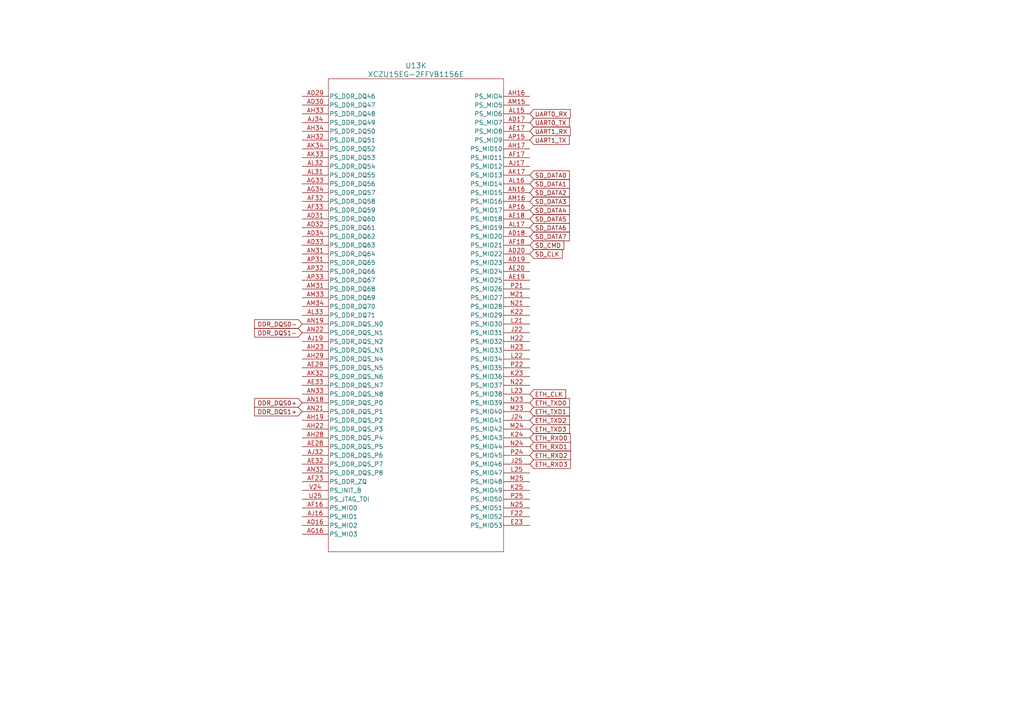
<source format=kicad_sch>
(kicad_sch (version 20230121) (generator eeschema)
  (paper "A4")
  (lib_symbols
    (symbol "XCZU15EG:XCZU15EG-2FFVB1156E" (pin_names (offset 0.254))
      (property "Reference" "U" (at 38.1 12.7 0))
      (property "Value" "XCZU15EG-2FFVB1156E" (at 38.1 10.16 0))
      (symbol "XCZU15EG-2FFVB1156E_1_1"
        (pin input line (at 0 -58.42 0) (length 7.62) (name "MGTHRXN3_230") (number "A3"))
        (pin output line (at 76.2 -109.22 180) (length 7.62) (name "MGTHTXP3_130") (number "A31"))
        (pin output line (at 76.2 -48.26 180) (length 7.62) (name "MGTHTXN3_130") (number "A32"))
        (pin input line (at 0 -119.38 0) (length 7.62) (name "MGTHRXP3_230") (number "A4"))
        (pin output line (at 76.2 -55.88 180) (length 7.62) (name "MGTHTXN3_230") (number "A7"))
        (pin output line (at 76.2 -116.84 180) (length 7.62) (name "MGTHTXP3_230") (number "A8"))
        (pin input line (at 0 -43.18 0) (length 7.62) (name "MGTHRXN2_230") (number "B1"))
        (pin input line (at 0 -104.14 0) (length 7.62) (name "MGTHRXP2_230") (number "B2"))
        (pin output line (at 76.2 -93.98 180) (length 7.62) (name "MGTHTXP2_130") (number "B29"))
        (pin output line (at 76.2 -33.02 180) (length 7.62) (name "MGTHTXN2_130") (number "B30"))
        (pin input line (at 0 -111.76 0) (length 7.62) (name "MGTHRXP3_130") (number "B33"))
        (pin input line (at 0 -50.8 0) (length 7.62) (name "MGTHRXN3_130") (number "B34"))
        (pin output line (at 76.2 -40.64 180) (length 7.62) (name "MGTHTXN2_230") (number "B5"))
        (pin output line (at 76.2 -101.6 180) (length 7.62) (name "MGTHTXP2_230") (number "B6"))
        (pin input line (at 0 -27.94 0) (length 7.62) (name "MGTHRXN1_230") (number "C3"))
        (pin input line (at 0 -96.52 0) (length 7.62) (name "MGTHRXP2_130") (number "C31"))
        (pin input line (at 0 -35.56 0) (length 7.62) (name "MGTHRXN2_130") (number "C32"))
        (pin input line (at 0 -88.9 0) (length 7.62) (name "MGTHRXP1_230") (number "C4"))
        (pin input line (at 0 -12.7 0) (length 7.62) (name "MGTHRXN0_230") (number "D1"))
        (pin input line (at 0 -73.66 0) (length 7.62) (name "MGTHRXP0_230") (number "D2"))
        (pin output line (at 76.2 -78.74 180) (length 7.62) (name "MGTHTXP1_130") (number "D29"))
        (pin output line (at 76.2 -17.78 180) (length 7.62) (name "MGTHTXN1_130") (number "D30"))
        (pin input line (at 0 -81.28 0) (length 7.62) (name "MGTHRXP1_130") (number "D33"))
        (pin input line (at 0 -20.32 0) (length 7.62) (name "MGTHRXN1_130") (number "D34"))
        (pin output line (at 76.2 -25.4 180) (length 7.62) (name "MGTHTXN1_230") (number "D5"))
        (pin output line (at 76.2 -86.36 180) (length 7.62) (name "MGTHTXP1_230") (number "D6"))
        (pin output line (at 76.2 -10.16 180) (length 7.62) (name "MGTHTXN0_230") (number "E3"))
        (pin input line (at 0 -66.04 0) (length 7.62) (name "MGTHRXP0_130") (number "E31"))
        (pin input line (at 0 -5.08 0) (length 7.62) (name "MGTHRXN0_130") (number "E32"))
        (pin output line (at 76.2 -71.12 180) (length 7.62) (name "MGTHTXP0_230") (number "E4"))
        (pin input line (at 0 -55.88 0) (length 7.62) (name "MGTHRXN3_229") (number "F1"))
        (pin input line (at 0 -116.84 0) (length 7.62) (name "MGTHRXP3_229") (number "F2"))
        (pin output line (at 76.2 -63.5 180) (length 7.62) (name "MGTHTXP0_130") (number "F29"))
        (pin output line (at 76.2 -2.54 180) (length 7.62) (name "MGTHTXN0_130") (number "F30"))
        (pin input line (at 0 -109.22 0) (length 7.62) (name "MGTHRXP3_129") (number "F33"))
        (pin input line (at 0 -48.26 0) (length 7.62) (name "MGTHRXN3_129") (number "F34"))
        (pin output line (at 76.2 -53.34 180) (length 7.62) (name "MGTHTXN3_229") (number "F5"))
        (pin output line (at 76.2 -114.3 180) (length 7.62) (name "MGTHTXP3_229") (number "F6"))
        (pin output line (at 76.2 -38.1 180) (length 7.62) (name "MGTHTXN2_229") (number "G3"))
        (pin output line (at 76.2 -106.68 180) (length 7.62) (name "MGTHTXP3_129") (number "G31"))
        (pin output line (at 76.2 -45.72 180) (length 7.62) (name "MGTHTXN3_129") (number "G32"))
        (pin output line (at 76.2 -99.06 180) (length 7.62) (name "MGTHTXP2_229") (number "G4"))
        (pin input line (at 0 -40.64 0) (length 7.62) (name "MGTHRXN2_229") (number "H1"))
        (pin input line (at 0 -101.6 0) (length 7.62) (name "MGTHRXP2_229") (number "H2"))
        (pin output line (at 76.2 -91.44 180) (length 7.62) (name "MGTHTXP2_129") (number "H29"))
        (pin output line (at 76.2 -30.48 180) (length 7.62) (name "MGTHTXN2_129") (number "H30"))
        (pin input line (at 0 -93.98 0) (length 7.62) (name "MGTHRXP2_129") (number "H33"))
        (pin input line (at 0 -33.02 0) (length 7.62) (name "MGTHRXN2_129") (number "H34"))
        (pin output line (at 76.2 -22.86 180) (length 7.62) (name "MGTHTXN1_229") (number "H5"))
        (pin output line (at 76.2 -83.82 180) (length 7.62) (name "MGTHTXP1_229") (number "H6"))
        (pin input line (at 0 -25.4 0) (length 7.62) (name "MGTHRXN1_229") (number "J3"))
        (pin output line (at 76.2 -76.2 180) (length 7.62) (name "MGTHTXP1_129") (number "J31"))
        (pin output line (at 76.2 -15.24 180) (length 7.62) (name "MGTHTXN1_129") (number "J32"))
        (pin input line (at 0 -86.36 0) (length 7.62) (name "MGTHRXP1_229") (number "J4"))
        (pin input line (at 0 -10.16 0) (length 7.62) (name "MGTHRXN0_229") (number "K1"))
        (pin input line (at 0 -71.12 0) (length 7.62) (name "MGTHRXP0_229") (number "K2"))
        (pin output line (at 76.2 -60.96 180) (length 7.62) (name "MGTHTXP0_129") (number "K29"))
        (pin output line (at 76.2 0 180) (length 7.62) (name "MGTHTXN0_129") (number "K30"))
        (pin input line (at 0 -78.74 0) (length 7.62) (name "MGTHRXP1_129") (number "K33"))
        (pin input line (at 0 -17.78 0) (length 7.62) (name "MGTHRXN1_129") (number "K34"))
        (pin output line (at 76.2 -7.62 180) (length 7.62) (name "MGTHTXN0_229") (number "K5"))
        (pin output line (at 76.2 -68.58 180) (length 7.62) (name "MGTHTXP0_229") (number "K6"))
        (pin input line (at 0 -53.34 0) (length 7.62) (name "MGTHRXN3_228") (number "L3"))
        (pin input line (at 0 -63.5 0) (length 7.62) (name "MGTHRXP0_129") (number "L31"))
        (pin input line (at 0 -2.54 0) (length 7.62) (name "MGTHRXN0_129") (number "L32"))
        (pin input line (at 0 -114.3 0) (length 7.62) (name "MGTHRXP3_228") (number "L4"))
        (pin input line (at 0 -38.1 0) (length 7.62) (name "MGTHRXN2_228") (number "M1"))
        (pin input line (at 0 -99.06 0) (length 7.62) (name "MGTHRXP2_228") (number "M2"))
        (pin output line (at 76.2 -104.14 180) (length 7.62) (name "MGTHTXP3_128") (number "M29"))
        (pin output line (at 76.2 -43.18 180) (length 7.62) (name "MGTHTXN3_128") (number "M30"))
        (pin input line (at 0 -106.68 0) (length 7.62) (name "MGTHRXP3_128") (number "M33"))
        (pin input line (at 0 -45.72 0) (length 7.62) (name "MGTHRXN3_128") (number "M34"))
        (pin output line (at 76.2 -50.8 180) (length 7.62) (name "MGTHTXN3_228") (number "M5"))
        (pin output line (at 76.2 -111.76 180) (length 7.62) (name "MGTHTXP3_228") (number "M6"))
        (pin output line (at 76.2 -35.56 180) (length 7.62) (name "MGTHTXN2_228") (number "N3"))
        (pin input line (at 0 -91.44 0) (length 7.62) (name "MGTHRXP2_128") (number "N31"))
        (pin input line (at 0 -30.48 0) (length 7.62) (name "MGTHRXN2_128") (number "N32"))
        (pin output line (at 76.2 -96.52 180) (length 7.62) (name "MGTHTXP2_228") (number "N4"))
        (pin input line (at 0 -22.86 0) (length 7.62) (name "MGTHRXN1_228") (number "P1"))
        (pin input line (at 0 -83.82 0) (length 7.62) (name "MGTHRXP1_228") (number "P2"))
        (pin output line (at 76.2 -88.9 180) (length 7.62) (name "MGTHTXP2_128") (number "P29"))
        (pin output line (at 76.2 -27.94 180) (length 7.62) (name "MGTHTXN2_128") (number "P30"))
        (pin input line (at 0 -76.2 0) (length 7.62) (name "MGTHRXP1_128") (number "P33"))
        (pin input line (at 0 -15.24 0) (length 7.62) (name "MGTHRXN1_128") (number "P34"))
        (pin output line (at 76.2 -20.32 180) (length 7.62) (name "MGTHTXN1_228") (number "P5"))
        (pin output line (at 76.2 -81.28 180) (length 7.62) (name "MGTHTXP1_228") (number "P6"))
        (pin output line (at 76.2 -5.08 180) (length 7.62) (name "MGTHTXN0_228") (number "R3"))
        (pin output line (at 76.2 -73.66 180) (length 7.62) (name "MGTHTXP1_128") (number "R31"))
        (pin output line (at 76.2 -12.7 180) (length 7.62) (name "MGTHTXN1_128") (number "R32"))
        (pin output line (at 76.2 -66.04 180) (length 7.62) (name "MGTHTXP0_228") (number "R4"))
        (pin input line (at 0 -7.62 0) (length 7.62) (name "MGTHRXN0_228") (number "T1"))
        (pin input line (at 0 -68.58 0) (length 7.62) (name "MGTHRXP0_228") (number "T2"))
        (pin output line (at 76.2 -58.42 180) (length 7.62) (name "MGTHTXP0_128") (number "T29"))
        (pin output line (at 76.2 2.54 180) (length 7.62) (name "MGTHTXN0_128") (number "T30"))
        (pin input line (at 0 -60.96 0) (length 7.62) (name "MGTHRXP0_128") (number "T33"))
        (pin input line (at 0 0 0) (length 7.62) (name "MGTHRXN0_128") (number "T34"))
      )
      (symbol "XCZU15EG-2FFVB1156E_2_1"
        (pin input line (at 0 0 0) (length 7.62) (name "MGTRREF_L") (number "A29"))
        (pin input line (at 0 -2.54 0) (length 7.62) (name "MGTRREF_R") (number "A6"))
        (pin input line (at 0 -27.94 0) (length 7.62) (name "PS_MGTREFCLK0P_505") (number "AA27"))
        (pin input line (at 0 -25.4 0) (length 7.62) (name "PS_MGTREFCLK0N_505") (number "AA28"))
        (pin input line (at 0 -60.96 0) (length 7.62) (name "PS_MGTRRXP1_505") (number "AA31"))
        (pin input line (at 0 -50.8 0) (length 7.62) (name "PS_MGTRRXN1_505") (number "AA32"))
        (pin input line (at 0 -45.72 0) (length 7.62) (name "PS_MGTRREF_505") (number "AB28"))
        (pin input line (at 0 -58.42 0) (length 7.62) (name "PS_MGTRRXP0_505") (number "AB33"))
        (pin input line (at 0 -48.26 0) (length 7.62) (name "PS_MGTRRXN0_505") (number "AB34"))
        (pin input line (at 0 -7.62 0) (length 7.62) (name "POR_OVERRIDE") (number "AD14"))
        (pin input line (at 0 -86.36 0) (length 7.62) (name "PUDC_B") (number "AD15"))
        (pin output line (at 96.52 -91.44 180) (length 7.62) (name "PS_DDR_DM5") (number "AE30"))
        (pin output line (at 96.52 -96.52 180) (length 7.62) (name "PS_DDR_DM7") (number "AE34"))
        (pin output line (at 96.52 -106.68 180) (length 7.62) (name "PS_DDR_PARITY") (number "AF20"))
        (pin output line (at 96.52 -109.22 180) (length 7.62) (name "PS_DDR_RAM_RST_N") (number "AF21"))
        (pin input line (at 0 -12.7 0) (length 7.62) (name "PS_DDR_ALERT_N") (number "AF22"))
        (pin output line (at 96.52 -43.18 180) (length 7.62) (name "PS_DDR_A17") (number "AF25"))
        (pin output line (at 96.52 -45.72 180) (length 7.62) (name "PS_DDR_ACT_N") (number "AG25"))
        (pin output line (at 96.52 -50.8 180) (length 7.62) (name "PS_DDR_BA1") (number "AG26"))
        (pin output line (at 96.52 -86.36 180) (length 7.62) (name "PS_DDR_DM3") (number "AH24"))
        (pin output line (at 96.52 -48.26 180) (length 7.62) (name "PS_DDR_BA0") (number "AH26"))
        (pin output line (at 96.52 -55.88 180) (length 7.62) (name "PS_DDR_BG1") (number "AH27"))
        (pin output line (at 96.52 -88.9 180) (length 7.62) (name "PS_DDR_DM4") (number "AH31"))
        (pin output line (at 96.52 -30.48 180) (length 7.62) (name "PS_DDR_A12") (number "AJ25"))
        (pin output line (at 96.52 -104.14 180) (length 7.62) (name "PS_DDR_ODT1") (number "AJ26"))
        (pin output line (at 96.52 -71.12 180) (length 7.62) (name "PS_DDR_CKE1") (number "AJ27"))
        (pin output line (at 96.52 -93.98 180) (length 7.62) (name "PS_DDR_DM6") (number "AJ31"))
        (pin output line (at 96.52 -83.82 180) (length 7.62) (name "PS_DDR_DM2") (number "AK19"))
        (pin output line (at 96.52 -38.1 180) (length 7.62) (name "PS_DDR_A15") (number "AK24"))
        (pin output line (at 96.52 -35.56 180) (length 7.62) (name "PS_DDR_A14") (number "AK25"))
        (pin output line (at 96.52 -27.94 180) (length 7.62) (name "PS_DDR_A11") (number "AK27"))
        (pin output line (at 96.52 -53.34 180) (length 7.62) (name "PS_DDR_BG0") (number "AK28"))
        (pin output line (at 96.52 -33.02 180) (length 7.62) (name "PS_DDR_A13") (number "AL25"))
        (pin output line (at 96.52 -66.04 180) (length 7.62) (name "PS_DDR_CK1") (number "AL26"))
        (pin output line (at 96.52 -60.96 180) (length 7.62) (name "PS_DDR_CK_N1") (number "AL27"))
        (pin output line (at 96.52 -25.4 180) (length 7.62) (name "PS_DDR_A10") (number "AL28"))
        (pin output line (at 96.52 -76.2 180) (length 7.62) (name "PS_DDR_CS_N1") (number "AL30"))
        (pin output line (at 96.52 -81.28 180) (length 7.62) (name "PS_DDR_DM1") (number "AM21"))
        (pin output line (at 96.52 -40.64 180) (length 7.62) (name "PS_DDR_A16") (number "AM24"))
        (pin output line (at 96.52 -22.86 180) (length 7.62) (name "PS_DDR_A9") (number "AM25"))
        (pin output line (at 96.52 -20.32 180) (length 7.62) (name "PS_DDR_A8") (number "AM26"))
        (pin output line (at 96.52 -17.78 180) (length 7.62) (name "PS_DDR_A7") (number "AM28"))
        (pin output line (at 96.52 -15.24 180) (length 7.62) (name "PS_DDR_A6") (number "AM29"))
        (pin output line (at 96.52 -101.6 180) (length 7.62) (name "PS_DDR_ODT0") (number "AM30"))
        (pin output line (at 96.52 -78.74 180) (length 7.62) (name "PS_DDR_DM0") (number "AN17"))
        (pin output line (at 96.52 -12.7 180) (length 7.62) (name "PS_DDR_A5") (number "AN24"))
        (pin output line (at 96.52 -63.5 180) (length 7.62) (name "PS_DDR_CK0") (number "AN26"))
        (pin output line (at 96.52 -58.42 180) (length 7.62) (name "PS_DDR_CK_N0") (number "AN27"))
        (pin output line (at 96.52 -73.66 180) (length 7.62) (name "PS_DDR_CS_N0") (number "AN28"))
        (pin output line (at 96.52 -68.58 180) (length 7.62) (name "PS_DDR_CKE0") (number "AN29"))
        (pin output line (at 96.52 -99.06 180) (length 7.62) (name "PS_DDR_DM8") (number "AN34"))
        (pin output line (at 96.52 -10.16 180) (length 7.62) (name "PS_DDR_A4") (number "AP25"))
        (pin output line (at 96.52 -5.08 180) (length 7.62) (name "PS_DDR_A2") (number "AP26"))
        (pin output line (at 96.52 -7.62 180) (length 7.62) (name "PS_DDR_A3") (number "AP27"))
        (pin output line (at 96.52 0 180) (length 7.62) (name "PS_DDR_A0") (number "AP29"))
        (pin output line (at 96.52 -2.54 180) (length 7.62) (name "PS_DDR_A1") (number "AP30"))
        (pin output line (at 96.52 -121.92 180) (length 7.62) (name "PS_ERROR_STATUS") (number "R21"))
        (pin input line (at 0 -20.32 0) (length 7.62) (name "PS_JTAG_TMS") (number "R24"))
        (pin input line (at 0 -17.78 0) (length 7.62) (name "PS_JTAG_TCK") (number "R25"))
        (pin output line (at 96.52 -116.84 180) (length 7.62) (name "PS_ERROR_OUT") (number "T21"))
        (pin input line (at 0 -91.44 0) (length 7.62) (name "VP") (number "U18"))
        (pin input line (at 0 -76.2 0) (length 7.62) (name "PS_PROG_B") (number "U21"))
        (pin input line (at 0 -83.82 0) (length 7.62) (name "PS_SRST_B") (number "U23"))
        (pin input line (at 0 -81.28 0) (length 7.62) (name "PS_REF_CLK") (number "U24"))
        (pin input line (at 0 -38.1 0) (length 7.62) (name "PS_MGTREFCLK2P_505") (number "U27"))
        (pin input line (at 0 -35.56 0) (length 7.62) (name "PS_MGTREFCLK2N_505") (number "U28"))
        (pin input line (at 0 -43.18 0) (length 7.62) (name "PS_MGTREFCLK3P_505") (number "U31"))
        (pin input line (at 0 -40.64 0) (length 7.62) (name "PS_MGTREFCLK3N_505") (number "U32"))
        (pin input line (at 0 -88.9 0) (length 7.62) (name "VN") (number "V17"))
        (pin input line (at 0 -71.12 0) (length 7.62) (name "PS_PADI") (number "V21"))
        (pin input line (at 0 -73.66 0) (length 7.62) (name "PS_POR_B") (number "V23"))
        (pin input line (at 0 -66.04 0) (length 7.62) (name "PS_MGTRRXP3_505") (number "V33"))
        (pin input line (at 0 -55.88 0) (length 7.62) (name "PS_MGTRRXN3_505") (number "V34"))
        (pin unspecified line (at 0 -96.52 0) (length 7.62) (name "DXN") (number "W17"))
        (pin output line (at 96.52 -111.76 180) (length 7.62) (name "PS_DONE") (number "W21"))
        (pin input line (at 0 -33.02 0) (length 7.62) (name "PS_MGTREFCLK1P_505") (number "W27"))
        (pin input line (at 0 -30.48 0) (length 7.62) (name "PS_MGTREFCLK1N_505") (number "W28"))
        (pin input line (at 0 -63.5 0) (length 7.62) (name "PS_MGTRRXP2_505") (number "Y33"))
        (pin input line (at 0 -53.34 0) (length 7.62) (name "PS_MGTRRXN2_505") (number "Y34"))
      )
      (symbol "XCZU15EG-2FFVB1156E_3_1"
        (pin output line (at 60.96 -17.78 180) (length 7.62) (name "PS_MGTRTXP0_505") (number "AB29"))
        (pin output line (at 60.96 -7.62 180) (length 7.62) (name "PS_MGTRTXN0_505") (number "AB30"))
        (pin output line (at 60.96 -2.54 180) (length 7.62) (name "PS_JTAG_TDO") (number "T25"))
        (pin output line (at 60.96 -30.48 180) (length 7.62) (name "PS_PADO") (number "V22"))
        (pin output line (at 60.96 -25.4 180) (length 7.62) (name "PS_MGTRTXP3_505") (number "V29"))
        (pin output line (at 60.96 -15.24 180) (length 7.62) (name "PS_MGTRTXN3_505") (number "V30"))
        (pin unspecified line (at 0 0 0) (length 7.62) (name "DXP") (number "W18"))
        (pin output line (at 60.96 -22.86 180) (length 7.62) (name "PS_MGTRTXP2_505") (number "W31"))
        (pin output line (at 60.96 -12.7 180) (length 7.62) (name "PS_MGTRTXN2_505") (number "W32"))
        (pin output line (at 60.96 -20.32 180) (length 7.62) (name "PS_MGTRTXP1_505") (number "Y29"))
        (pin output line (at 60.96 -10.16 180) (length 7.62) (name "PS_MGTRTXN1_505") (number "Y30"))
      )
      (symbol "XCZU15EG-2FFVB1156E_4_1"
        (pin bidirectional line (at 0 -99.06 0) (length 7.62) (name "IO_L4N_AD12N_49") (number "A15"))
        (pin bidirectional line (at 0 -53.34 0) (length 7.62) (name "IO_L3N_AD13N_49") (number "A16"))
        (pin bidirectional line (at 0 -68.58 0) (length 7.62) (name "IO_L3N_T0L_N5_AD15N_66") (number "AA10"))
        (pin bidirectional line (at 0 -91.44 0) (length 7.62) (name "IO_L3P_T0L_N4_AD15P_66") (number "AA11"))
        (pin bidirectional line (at 121.92 -25.4 180) (length 7.62) (name "IO_L2N_T0L_N3_66") (number "AB10"))
        (pin bidirectional line (at 121.92 -35.56 180) (length 7.62) (name "IO_L2P_T0L_N2_66") (number "AB11"))
        (pin bidirectional line (at 121.92 -5.08 180) (length 7.62) (name "IO_L1N_T0L_N1_DBC_66") (number "AC11"))
        (pin bidirectional line (at 121.92 -15.24 180) (length 7.62) (name "IO_L1P_T0L_N0_DBC_66") (number "AC12"))
        (pin bidirectional line (at 0 -114.3 0) (length 7.62) (name "IO_L4N_T0U_N7_DBC_AD7N_66") (number "AC9"))
        (pin bidirectional line (at 121.92 -12.7 180) (length 7.62) (name "IO_L1P_T0L_N0_DBC_65") (number "AE10"))
        (pin bidirectional line (at 0 -88.9 0) (length 7.62) (name "IO_L3P_T0L_N4_AD15P_65") (number "AE12"))
        (pin bidirectional line (at 121.92 -2.54 180) (length 7.62) (name "IO_L1N_T0L_N1_DBC_65") (number "AF10"))
        (pin bidirectional line (at 0 -66.04 0) (length 7.62) (name "IO_L3N_T0L_N5_AD15N_65") (number "AF12"))
        (pin bidirectional line (at 121.92 -114.3 180) (length 7.62) (name "IO_L11P_T1U_N8_GC_65") (number "AF6"))
        (pin bidirectional line (at 121.92 -124.46 180) (length 7.62) (name "IO_L12N_T1U_N11_GC_65") (number "AF7"))
        (pin bidirectional line (at 0 -111.76 0) (length 7.62) (name "IO_L4N_T0U_N7_DBC_AD7N_65") (number "AG11"))
        (pin bidirectional line (at 121.92 -104.14 180) (length 7.62) (name "IO_L11N_T1U_N9_GC_65") (number "AG6"))
        (pin bidirectional line (at 121.92 -22.86 180) (length 7.62) (name "IO_L2N_T0L_N3_65") (number "AH11"))
        (pin bidirectional line (at 121.92 -33.02 180) (length 7.62) (name "IO_L2P_T0L_N2_65") (number "AH12"))
        (pin bidirectional line (at 121.92 -10.16 180) (length 7.62) (name "IO_L1P_T0L_N0_DBC_64") (number "AJ12"))
        (pin bidirectional line (at 121.92 0 180) (length 7.62) (name "IO_L1N_T0L_N1_DBC_64") (number "AK12"))
        (pin bidirectional line (at 121.92 -101.6 180) (length 7.62) (name "IO_L11N_T1U_N9_GC_64") (number "AK7"))
        (pin bidirectional line (at 121.92 -111.76 180) (length 7.62) (name "IO_L11P_T1U_N8_GC_64") (number "AK8"))
        (pin bidirectional line (at 0 -86.36 0) (length 7.62) (name "IO_L3P_T0L_N4_AD15P_64") (number "AL10"))
        (pin bidirectional line (at 121.92 -30.48 180) (length 7.62) (name "IO_L2P_T0L_N2_64") (number "AL11"))
        (pin bidirectional line (at 121.92 -121.92 180) (length 7.62) (name "IO_L12N_T1U_N11_GC_64") (number "AL7"))
        (pin bidirectional line (at 0 -63.5 0) (length 7.62) (name "IO_L3N_T0L_N5_AD15N_64") (number "AM10"))
        (pin bidirectional line (at 121.92 -20.32 180) (length 7.62) (name "IO_L2N_T0L_N3_64") (number "AM11"))
        (pin bidirectional line (at 0 -104.14 0) (length 7.62) (name "IO_L4N_AD8N_44") (number "AM13"))
        (pin bidirectional line (at 0 -38.1 0) (length 7.62) (name "IO_L2P_AD10P_44") (number "AM14"))
        (pin bidirectional line (at 0 -81.28 0) (length 7.62) (name "IO_L3P_AD9P_44") (number "AN12"))
        (pin bidirectional line (at 0 -25.4 0) (length 7.62) (name "IO_L2N_AD10N_44") (number "AN13"))
        (pin bidirectional line (at 0 -12.7 0) (length 7.62) (name "IO_L1P_AD11P_44") (number "AN14"))
        (pin bidirectional line (at 0 -109.22 0) (length 7.62) (name "IO_L4N_T0U_N7_DBC_AD7N_64") (number "AP10"))
        (pin bidirectional line (at 0 -58.42 0) (length 7.62) (name "IO_L3N_AD9N_44") (number "AP12"))
        (pin bidirectional line (at 0 0 0) (length 7.62) (name "IO_L1N_AD11N_44") (number "AP14"))
        (pin bidirectional line (at 121.92 -88.9 180) (length 7.62) (name "IO_L8N_HDGC_49") (number "B13"))
        (pin bidirectional line (at 121.92 -73.66 180) (length 7.62) (name "IO_L7N_HDGC_49") (number "B14"))
        (pin bidirectional line (at 0 -121.92 0) (length 7.62) (name "IO_L4P_AD12P_49") (number "B15"))
        (pin bidirectional line (at 0 -76.2 0) (length 7.62) (name "IO_L3P_AD13P_49") (number "B16"))
        (pin bidirectional line (at 121.92 -96.52 180) (length 7.62) (name "IO_L8P_HDGC_49") (number "C13"))
        (pin bidirectional line (at 121.92 -81.28 180) (length 7.62) (name "IO_L7P_HDGC_49") (number "C14"))
        (pin bidirectional line (at 0 -33.02 0) (length 7.62) (name "IO_L2N_AD14N_49") (number "C16"))
        (pin bidirectional line (at 0 -101.6 0) (length 7.62) (name "IO_L4N_AD12N_50") (number "D10"))
        (pin bidirectional line (at 0 -124.46 0) (length 7.62) (name "IO_L4P_AD12P_50") (number "D11"))
        (pin bidirectional line (at 121.92 -58.42 180) (length 7.62) (name "IO_L6N_HDGC_49") (number "D14"))
        (pin bidirectional line (at 121.92 -43.18 180) (length 7.62) (name "IO_L5N_HDGC_49") (number "D15"))
        (pin bidirectional line (at 0 -45.72 0) (length 7.62) (name "IO_L2P_AD14P_49") (number "D16"))
        (pin bidirectional line (at 121.92 -71.12 180) (length 7.62) (name "IO_L7N_HDGC_48") (number "D19"))
        (pin bidirectional line (at 0 -55.88 0) (length 7.62) (name "IO_L3N_AD13N_50") (number "E10"))
        (pin bidirectional line (at 121.92 -66.04 180) (length 7.62) (name "IO_L6P_HDGC_49") (number "E14"))
        (pin bidirectional line (at 121.92 -50.8 180) (length 7.62) (name "IO_L5P_HDGC_49") (number "E15"))
        (pin bidirectional line (at 121.92 -93.98 180) (length 7.62) (name "IO_L8P_HDGC_48") (number "E17"))
        (pin bidirectional line (at 121.92 -86.36 180) (length 7.62) (name "IO_L8N_HDGC_48") (number "E18"))
        (pin bidirectional line (at 121.92 -78.74 180) (length 7.62) (name "IO_L7P_HDGC_48") (number "E19"))
        (pin bidirectional line (at 0 -78.74 0) (length 7.62) (name "IO_L3P_AD13P_50") (number "F10"))
        (pin bidirectional line (at 121.92 -60.96 180) (length 7.62) (name "IO_L6N_HDGC_50") (number "F11"))
        (pin bidirectional line (at 121.92 -68.58 180) (length 7.62) (name "IO_L6P_HDGC_50") (number "F12"))
        (pin bidirectional line (at 0 -7.62 0) (length 7.62) (name "IO_L1N_AD15N_49") (number "F15"))
        (pin bidirectional line (at 0 -20.32 0) (length 7.62) (name "IO_L1P_AD15P_49") (number "F16"))
        (pin bidirectional line (at 121.92 -63.5 180) (length 7.62) (name "IO_L6P_HDGC_48") (number "F17"))
        (pin bidirectional line (at 121.92 -55.88 180) (length 7.62) (name "IO_L6N_HDGC_48") (number "F18"))
        (pin bidirectional line (at 0 -35.56 0) (length 7.62) (name "IO_L2N_AD14N_50") (number "G10"))
        (pin bidirectional line (at 121.92 -45.72 180) (length 7.62) (name "IO_L5N_HDGC_50") (number "G11"))
        (pin bidirectional line (at 121.92 -91.44 180) (length 7.62) (name "IO_L8N_HDGC_50") (number "G13"))
        (pin bidirectional line (at 121.92 -48.26 180) (length 7.62) (name "IO_L5P_HDGC_48") (number "G18"))
        (pin bidirectional line (at 121.92 -40.64 180) (length 7.62) (name "IO_L5N_HDGC_48") (number "G19"))
        (pin bidirectional line (at 0 -48.26 0) (length 7.62) (name "IO_L2P_AD14P_50") (number "H10"))
        (pin bidirectional line (at 121.92 -53.34 180) (length 7.62) (name "IO_L5P_HDGC_50") (number "H11"))
        (pin bidirectional line (at 121.92 -76.2 180) (length 7.62) (name "IO_L7N_HDGC_50") (number "H12"))
        (pin bidirectional line (at 121.92 -99.06 180) (length 7.62) (name "IO_L8P_HDGC_50") (number "H13"))
        (pin bidirectional line (at 0 -30.48 0) (length 7.62) (name "IO_L2N_AD14N_48") (number "H17"))
        (pin bidirectional line (at 0 -17.78 0) (length 7.62) (name "IO_L1P_AD15P_48") (number "H18"))
        (pin bidirectional line (at 0 -5.08 0) (length 7.62) (name "IO_L1N_AD15N_48") (number "H19"))
        (pin bidirectional line (at 0 -60.96 0) (length 7.62) (name "IO_L3N_AD9N_47") (number "H21"))
        (pin bidirectional line (at 0 -10.16 0) (length 7.62) (name "IO_L1N_AD15N_50") (number "J10"))
        (pin bidirectional line (at 0 -22.86 0) (length 7.62) (name "IO_L1P_AD15P_50") (number "J11"))
        (pin bidirectional line (at 121.92 -83.82 180) (length 7.62) (name "IO_L7P_HDGC_50") (number "J12"))
        (pin bidirectional line (at 0 -43.18 0) (length 7.62) (name "IO_L2P_AD14P_48") (number "J17"))
        (pin bidirectional line (at 0 -106.68 0) (length 7.62) (name "IO_L4N_AD8N_47") (number "J20"))
        (pin bidirectional line (at 0 -83.82 0) (length 7.62) (name "IO_L3P_AD9P_47") (number "J21"))
        (pin bidirectional line (at 0 -96.52 0) (length 7.62) (name "IO_L4N_AD12N_48") (number "K17"))
        (pin bidirectional line (at 0 -50.8 0) (length 7.62) (name "IO_L3N_AD13N_48") (number "K18"))
        (pin bidirectional line (at 0 -27.94 0) (length 7.62) (name "IO_L2N_AD10N_47") (number "K19"))
        (pin bidirectional line (at 0 -2.54 0) (length 7.62) (name "IO_L1N_AD11N_47") (number "K20"))
        (pin bidirectional line (at 0 -119.38 0) (length 7.62) (name "IO_L4P_AD12P_48") (number "L17"))
        (pin bidirectional line (at 0 -73.66 0) (length 7.62) (name "IO_L3P_AD13P_48") (number "L18"))
        (pin bidirectional line (at 0 -40.64 0) (length 7.62) (name "IO_L2P_AD10P_47") (number "L19"))
        (pin bidirectional line (at 0 -15.24 0) (length 7.62) (name "IO_L1P_AD11P_47") (number "L20"))
        (pin bidirectional line (at 121.92 -119.38 180) (length 7.62) (name "IO_L11P_T1U_N8_GC_67") (number "R10"))
        (pin bidirectional line (at 0 -116.84 0) (length 7.62) (name "IO_L4N_T0U_N7_DBC_AD7N_67") (number "R12"))
        (pin bidirectional line (at 121.92 -27.94 180) (length 7.62) (name "IO_L2N_T0L_N3_67") (number "R13"))
        (pin bidirectional line (at 121.92 -109.22 180) (length 7.62) (name "IO_L11N_T1U_N9_GC_67") (number "R9"))
        (pin bidirectional line (at 0 -71.12 0) (length 7.62) (name "IO_L3N_T0L_N5_AD15N_67") (number "T10"))
        (pin bidirectional line (at 121.92 -38.1 180) (length 7.62) (name "IO_L2P_T0L_N2_67") (number "T13"))
        (pin bidirectional line (at 0 -93.98 0) (length 7.62) (name "IO_L3P_T0L_N4_AD15P_67") (number "U10"))
        (pin bidirectional line (at 121.92 -7.62 180) (length 7.62) (name "IO_L1N_T0L_N1_DBC_67") (number "W11"))
        (pin bidirectional line (at 121.92 -17.78 180) (length 7.62) (name "IO_L1P_T0L_N0_DBC_67") (number "W12"))
        (pin bidirectional line (at 121.92 -106.68 180) (length 7.62) (name "IO_L11N_T1U_N9_GC_66") (number "Y7"))
        (pin bidirectional line (at 121.92 -116.84 180) (length 7.62) (name "IO_L11P_T1U_N8_GC_66") (number "Y8"))
      )
      (symbol "XCZU15EG-2FFVB1156E_6_1"
        (pin bidirectional line (at 152.4 -12.7 180) (length 7.62) (name "IO_L9N_AD11N_49") (number "A12"))
        (pin bidirectional line (at 152.4 -35.56 180) (length 7.62) (name "IO_L9P_AD11P_49") (number "A13"))
        (pin bidirectional line (at 152.4 -116.84 180) (length 7.62) (name "IO_L11P_AD1P_47") (number "A21"))
        (pin bidirectional line (at 152.4 -104.14 180) (length 7.62) (name "IO_L11N_AD1N_47") (number "A22"))
        (pin bidirectional line (at 0 -25.4 0) (length 7.62) (name "IO_L5N_T0U_N9_AD14N_66") (number "AA12"))
        (pin bidirectional line (at 152.4 -73.66 180) (length 7.62) (name "IO_L10N_T1U_N7_QBC_AD4N_66") (number "AB5"))
        (pin bidirectional line (at 152.4 -96.52 180) (length 7.62) (name "IO_L10P_T1U_N6_QBC_AD4P_66") (number "AB6"))
        (pin bidirectional line (at 152.4 -5.08 180) (length 7.62) (name "IO_L8P_T1L_N2_AD5P_66") (number "AB8"))
        (pin bidirectional line (at 0 -7.62 0) (length 7.62) (name "IO_L4P_T0U_N6_DBC_AD7P_66") (number "AB9"))
        (pin bidirectional line (at 0 -86.36 0) (length 7.62) (name "IO_L7N_T1L_N1_QBC_AD13N_66") (number "AC6"))
        (pin bidirectional line (at 0 -101.6 0) (length 7.62) (name "IO_L7P_T1L_N0_QBC_AD13P_66") (number "AC7"))
        (pin bidirectional line (at 0 -116.84 0) (length 7.62) (name "IO_L8N_T1L_N3_AD5N_66") (number "AC8"))
        (pin bidirectional line (at 0 -68.58 0) (length 7.62) (name "IO_L6P_T0U_N10_AD6P_65") (number "AD10"))
        (pin bidirectional line (at 152.4 -25.4 180) (length 7.62) (name "IO_L9N_T1L_N5_AD12N_65") (number "AD6"))
        (pin bidirectional line (at 152.4 -48.26 180) (length 7.62) (name "IO_L9P_T1L_N4_AD12P_65") (number "AD7"))
        (pin bidirectional line (at 152.4 -40.64 180) (length 7.62) (name "IO_L9P_AD3P_44") (number "AE13"))
        (pin bidirectional line (at 152.4 -93.98 180) (length 7.62) (name "IO_L10P_T1U_N6_QBC_AD4P_65") (number "AE8"))
        (pin bidirectional line (at 0 -53.34 0) (length 7.62) (name "IO_L6N_T0U_N11_AD6N_65") (number "AE9"))
        (pin bidirectional line (at 0 -12.7 0) (length 7.62) (name "IO_L4P_T0U_N6_DBC_AD7P_SMBALERT_65") (number "AF11"))
        (pin bidirectional line (at 152.4 -17.78 180) (length 7.62) (name "IO_L9N_AD3N_44") (number "AF13"))
        (pin bidirectional line (at 152.4 -114.3 180) (length 7.62) (name "IO_L11P_AD1P_44") (number "AF15"))
        (pin bidirectional line (at 152.4 -71.12 180) (length 7.62) (name "IO_L10N_T1U_N7_QBC_AD4N_65") (number "AF8"))
        (pin bidirectional line (at 0 -38.1 0) (length 7.62) (name "IO_L5P_T0U_N8_AD14P_65") (number "AG10"))
        (pin bidirectional line (at 152.4 -63.5 180) (length 7.62) (name "IO_L10N_AD2N_44") (number "AG13"))
        (pin bidirectional line (at 152.4 -86.36 180) (length 7.62) (name "IO_L10P_AD2P_44") (number "AG14"))
        (pin bidirectional line (at 152.4 -101.6 180) (length 7.62) (name "IO_L11N_AD1N_44") (number "AG15"))
        (pin bidirectional line (at 152.4 -2.54 180) (length 7.62) (name "IO_L8P_T1L_N2_AD5P_65") (number "AG8"))
        (pin bidirectional line (at 0 -22.86 0) (length 7.62) (name "IO_L5N_T0U_N9_AD14N_65") (number "AG9"))
        (pin bidirectional line (at 0 -76.2 0) (length 7.62) (name "IO_L7N_HDGC_AD5N_44") (number "AH13"))
        (pin bidirectional line (at 0 -91.44 0) (length 7.62) (name "IO_L7P_HDGC_AD5P_44") (number "AH14"))
        (pin bidirectional line (at 0 -83.82 0) (length 7.62) (name "IO_L7N_T1L_N1_QBC_AD13N_65") (number "AH6"))
        (pin bidirectional line (at 0 -99.06 0) (length 7.62) (name "IO_L7P_T1L_N0_QBC_AD13P_65") (number "AH7"))
        (pin bidirectional line (at 0 -114.3 0) (length 7.62) (name "IO_L8N_T1L_N3_AD5N_65") (number "AH8"))
        (pin bidirectional line (at 0 -66.04 0) (length 7.62) (name "IO_L6P_T0U_N10_AD6P_64") (number "AJ10"))
        (pin bidirectional line (at 0 -106.68 0) (length 7.62) (name "IO_L8N_HDGC_AD4N_44") (number "AJ14"))
        (pin bidirectional line (at 0 -121.92 0) (length 7.62) (name "IO_L8P_HDGC_AD4P_44") (number "AJ15"))
        (pin bidirectional line (at 152.4 -45.72 180) (length 7.62) (name "IO_L9P_T1L_N4_AD12P_64") (number "AJ9"))
        (pin bidirectional line (at 0 -50.8 0) (length 7.62) (name "IO_L6N_T0U_N11_AD6N_64") (number "AK10"))
        (pin bidirectional line (at 0 -60.96 0) (length 7.62) (name "IO_L6P_HDGC_AD6P_44") (number "AK13"))
        (pin bidirectional line (at 0 -15.24 0) (length 7.62) (name "IO_L5N_HDGC_AD7N_44") (number "AK14"))
        (pin bidirectional line (at 0 -30.48 0) (length 7.62) (name "IO_L5P_HDGC_AD7P_44") (number "AK15"))
        (pin bidirectional line (at 152.4 -22.86 180) (length 7.62) (name "IO_L9N_T1L_N5_AD12N_64") (number "AK9"))
        (pin bidirectional line (at 0 -45.72 0) (length 7.62) (name "IO_L6N_HDGC_AD6N_44") (number "AL12"))
        (pin bidirectional line (at 0 0 0) (length 7.62) (name "IO_L4P_AD8P_44") (number "AL13"))
        (pin bidirectional line (at 0 -111.76 0) (length 7.62) (name "IO_L8N_T1L_N3_AD5N_64") (number "AM8"))
        (pin bidirectional line (at 152.4 0 180) (length 7.62) (name "IO_L8P_T1L_N2_AD5P_64") (number "AM9"))
        (pin bidirectional line (at 152.4 -91.44 180) (length 7.62) (name "IO_L10P_T1U_N6_QBC_AD4P_64") (number "AN7"))
        (pin bidirectional line (at 0 -96.52 0) (length 7.62) (name "IO_L7P_T1L_N0_QBC_AD13P_64") (number "AN8"))
        (pin bidirectional line (at 0 -35.56 0) (length 7.62) (name "IO_L5P_T0U_N8_AD14P_64") (number "AN9"))
        (pin bidirectional line (at 0 -5.08 0) (length 7.62) (name "IO_L4P_T0U_N6_DBC_AD7P_64") (number "AP11"))
        (pin bidirectional line (at 152.4 -68.58 180) (length 7.62) (name "IO_L10N_T1U_N7_QBC_AD4N_64") (number "AP7"))
        (pin bidirectional line (at 0 -81.28 0) (length 7.62) (name "IO_L7N_T1L_N1_QBC_AD13N_64") (number "AP8"))
        (pin bidirectional line (at 0 -20.32 0) (length 7.62) (name "IO_L5N_T0U_N9_AD14N_64") (number "AP9"))
        (pin bidirectional line (at 152.4 -58.42 180) (length 7.62) (name "IO_L10N_AD10N_49") (number "B12"))
        (pin bidirectional line (at 152.4 -78.74 180) (length 7.62) (name "IO_L10P_AD10P_48") (number "B18"))
        (pin bidirectional line (at 152.4 -55.88 180) (length 7.62) (name "IO_L10N_AD10N_48") (number "B19"))
        (pin bidirectional line (at 152.4 -66.04 180) (length 7.62) (name "IO_L10N_AD2N_47") (number "B21"))
        (pin bidirectional line (at 152.4 -81.28 180) (length 7.62) (name "IO_L10P_AD10P_49") (number "C12"))
        (pin bidirectional line (at 152.4 -10.16 180) (length 7.62) (name "IO_L9N_AD11N_48") (number "C17"))
        (pin bidirectional line (at 152.4 -119.38 180) (length 7.62) (name "IO_L11P_AD9P_48") (number "C18"))
        (pin bidirectional line (at 152.4 -106.68 180) (length 7.62) (name "IO_L11N_AD9N_48") (number "C19"))
        (pin bidirectional line (at 152.4 -88.9 180) (length 7.62) (name "IO_L10P_AD2P_47") (number "C21"))
        (pin bidirectional line (at 152.4 -20.32 180) (length 7.62) (name "IO_L9N_AD3N_47") (number "C22"))
        (pin bidirectional line (at 152.4 -109.22 180) (length 7.62) (name "IO_L11N_AD9N_49") (number "D12"))
        (pin bidirectional line (at 152.4 -33.02 180) (length 7.62) (name "IO_L9P_AD11P_48") (number "D17"))
        (pin bidirectional line (at 0 -109.22 0) (length 7.62) (name "IO_L8N_HDGC_AD4N_47") (number "D20"))
        (pin bidirectional line (at 152.4 -43.18 180) (length 7.62) (name "IO_L9P_AD3P_47") (number "D21"))
        (pin bidirectional line (at 0 -78.74 0) (length 7.62) (name "IO_L7N_HDGC_AD5N_47") (number "D22"))
        (pin bidirectional line (at 152.4 -121.92 180) (length 7.62) (name "IO_L11P_AD9P_49") (number "E12"))
        (pin bidirectional line (at 0 -124.46 0) (length 7.62) (name "IO_L8P_HDGC_AD4P_47") (number "E20"))
        (pin bidirectional line (at 0 -93.98 0) (length 7.62) (name "IO_L7P_HDGC_AD5P_47") (number "E22"))
        (pin bidirectional line (at 0 -48.26 0) (length 7.62) (name "IO_L6N_HDGC_AD6N_47") (number "F20"))
        (pin bidirectional line (at 0 -17.78 0) (length 7.62) (name "IO_L5N_HDGC_AD7N_47") (number "F21"))
        (pin bidirectional line (at 152.4 -15.24 180) (length 7.62) (name "IO_L9N_AD11N_50") (number "G14"))
        (pin bidirectional line (at 152.4 -38.1 180) (length 7.62) (name "IO_L9P_AD11P_50") (number "G15"))
        (pin bidirectional line (at 152.4 -111.76 180) (length 7.62) (name "IO_L11N_AD9N_50") (number "G16"))
        (pin bidirectional line (at 0 -63.5 0) (length 7.62) (name "IO_L6P_HDGC_AD6P_47") (number "G20"))
        (pin bidirectional line (at 0 -33.02 0) (length 7.62) (name "IO_L5P_HDGC_AD7P_47") (number "G21"))
        (pin bidirectional line (at 152.4 -60.96 180) (length 7.62) (name "IO_L10N_AD10N_50") (number "H14"))
        (pin bidirectional line (at 152.4 -124.46 180) (length 7.62) (name "IO_L11P_AD9P_50") (number "H16"))
        (pin bidirectional line (at 152.4 -83.82 180) (length 7.62) (name "IO_L10P_AD10P_50") (number "J14"))
        (pin bidirectional line (at 0 -2.54 0) (length 7.62) (name "IO_L4P_AD8P_47") (number "J19"))
        (pin bidirectional line (at 0 -58.42 0) (length 7.62) (name "IO_L6N_T0U_N11_AD6N_67") (number "T11"))
        (pin bidirectional line (at 0 -10.16 0) (length 7.62) (name "IO_L4P_T0U_N6_DBC_AD7P_67") (number "T12"))
        (pin bidirectional line (at 152.4 -76.2 180) (length 7.62) (name "IO_L10N_T1U_N7_QBC_AD4N_67") (number "T6"))
        (pin bidirectional line (at 152.4 -99.06 180) (length 7.62) (name "IO_L10P_T1U_N6_QBC_AD4P_67") (number "T7"))
        (pin bidirectional line (at 0 -73.66 0) (length 7.62) (name "IO_L6P_T0U_N10_AD6P_67") (number "U11"))
        (pin bidirectional line (at 0 -119.38 0) (length 7.62) (name "IO_L8N_T1L_N3_AD5N_67") (number "U6"))
        (pin bidirectional line (at 152.4 -30.48 180) (length 7.62) (name "IO_L9N_T1L_N5_AD12N_67") (number "U8"))
        (pin bidirectional line (at 152.4 -53.34 180) (length 7.62) (name "IO_L9P_T1L_N4_AD12P_67") (number "U9"))
        (pin bidirectional line (at 0 -27.94 0) (length 7.62) (name "IO_L5N_T0U_N9_AD14N_67") (number "V11"))
        (pin bidirectional line (at 0 -43.18 0) (length 7.62) (name "IO_L5P_T0U_N8_AD14P_67") (number "V12"))
        (pin bidirectional line (at 152.4 -7.62 180) (length 7.62) (name "IO_L8P_T1L_N2_AD5P_67") (number "V6"))
        (pin bidirectional line (at 0 -88.9 0) (length 7.62) (name "IO_L7N_T1L_N1_QBC_AD13N_67") (number "V7"))
        (pin bidirectional line (at 0 -104.14 0) (length 7.62) (name "IO_L7P_T1L_N0_QBC_AD13P_67") (number "V8"))
        (pin bidirectional line (at 152.4 -27.94 180) (length 7.62) (name "IO_L9N_T1L_N5_AD12N_66") (number "W6"))
        (pin bidirectional line (at 152.4 -50.8 180) (length 7.62) (name "IO_L9P_T1L_N4_AD12P_66") (number "W7"))
        (pin bidirectional line (at 0 -71.12 0) (length 7.62) (name "IO_L6P_T0U_N10_AD6P_66") (number "Y10"))
        (pin bidirectional line (at 0 -40.64 0) (length 7.62) (name "IO_L5P_T0U_N8_AD14P_66") (number "Y12"))
        (pin bidirectional line (at 0 -55.88 0) (length 7.62) (name "IO_L6N_T0U_N11_AD6N_66") (number "Y9"))
      )
      (symbol "XCZU15EG-2FFVB1156E_8_1"
        (pin bidirectional line (at 0 -17.78 0) (length 7.62) (name "IO_L12P_AD8P_48") (number "A17"))
        (pin bidirectional line (at 0 -5.08 0) (length 7.62) (name "IO_L12N_AD8N_48") (number "A18"))
        (pin bidirectional line (at 0 -2.54 0) (length 7.62) (name "IO_L12N_AD0N_47") (number "A20"))
        (pin bidirectional line (at 0 -60.96 0) (length 7.62) (name "IO_L16P_T2U_N6_QBC_AD3P_66") (number "AB4"))
        (pin bidirectional line (at 0 -111.76 0) (length 7.62) (name "IO_L19N_T3L_N1_DBC_AD9N_66") (number "AC1"))
        (pin bidirectional line (at 0 -121.92 0) (length 7.62) (name "IO_L19P_T3L_N0_DBC_AD9P_66") (number "AC2"))
        (pin bidirectional line (at 0 -50.8 0) (length 7.62) (name "IO_L16N_T2U_N7_QBC_AD3N_66") (number "AC4"))
        (pin bidirectional line (at 0 -99.06 0) (length 7.62) (name "IO_L18P_T2U_N10_AD2P_65") (number "AD4"))
        (pin bidirectional line (at 0 0 0) (length 7.62) (name "IO_L12N_AD0N_44") (number "AE14"))
        (pin bidirectional line (at 0 -12.7 0) (length 7.62) (name "IO_L12P_AD0P_44") (number "AE15"))
        (pin bidirectional line (at 0 -78.74 0) (length 7.62) (name "IO_L17P_T2U_N8_AD10P_65") (number "AE3"))
        (pin bidirectional line (at 0 -88.9 0) (length 7.62) (name "IO_L18N_T2U_N11_AD2N_65") (number "AE4"))
        (pin bidirectional line (at 0 -68.58 0) (length 7.62) (name "IO_L17N_T2U_N9_AD10N_65") (number "AF3"))
        (pin bidirectional line (at 0 -119.38 0) (length 7.62) (name "IO_L19P_T3L_N0_DBC_AD9P_65") (number "AH2"))
        (pin bidirectional line (at 0 -38.1 0) (length 7.62) (name "IO_L15P_T2L_N4_AD11P_65") (number "AH4"))
        (pin bidirectional line (at 0 -109.22 0) (length 7.62) (name "IO_L19N_T3L_N1_DBC_AD9N_65") (number "AJ2"))
        (pin bidirectional line (at 0 -27.94 0) (length 7.62) (name "IO_L15N_T2L_N5_AD11N_65") (number "AJ4"))
        (pin bidirectional line (at 0 -48.26 0) (length 7.62) (name "IO_L16N_T2U_N7_QBC_AD3N_65") (number "AJ5"))
        (pin bidirectional line (at 0 -58.42 0) (length 7.62) (name "IO_L16P_T2U_N6_QBC_AD3P_65") (number "AJ6"))
        (pin bidirectional line (at 0 -86.36 0) (length 7.62) (name "IO_L18N_T2U_N11_AD2N_64") (number "AK4"))
        (pin bidirectional line (at 0 -96.52 0) (length 7.62) (name "IO_L18P_T2U_N10_AD2P_64") (number "AK5"))
        (pin bidirectional line (at 0 -76.2 0) (length 7.62) (name "IO_L17P_T2U_N8_AD10P_64") (number "AM4"))
        (pin bidirectional line (at 0 -116.84 0) (length 7.62) (name "IO_L19P_T3L_N0_DBC_AD9P_64") (number "AN2"))
        (pin bidirectional line (at 0 -66.04 0) (length 7.62) (name "IO_L17N_T2U_N9_AD10N_64") (number "AN4"))
        (pin bidirectional line (at 0 -55.88 0) (length 7.62) (name "IO_L16P_T2U_N6_QBC_AD3P_64") (number "AN6"))
        (pin bidirectional line (at 0 -106.68 0) (length 7.62) (name "IO_L19N_T3L_N1_DBC_AD9N_64") (number "AP2"))
        (pin bidirectional line (at 0 -25.4 0) (length 7.62) (name "IO_L15N_T2L_N5_AD11N_64") (number "AP4"))
        (pin bidirectional line (at 0 -35.56 0) (length 7.62) (name "IO_L15P_T2L_N4_AD11P_64") (number "AP5"))
        (pin bidirectional line (at 0 -45.72 0) (length 7.62) (name "IO_L16N_T2U_N7_QBC_AD3N_64") (number "AP6"))
        (pin bidirectional line (at 0 -15.24 0) (length 7.62) (name "IO_L12P_AD0P_47") (number "B20"))
        (pin bidirectional line (at 0 -7.62 0) (length 7.62) (name "IO_L12N_AD8N_49") (number "E13"))
        (pin bidirectional line (at 0 -20.32 0) (length 7.62) (name "IO_L12P_AD8P_49") (number "F13"))
        (pin bidirectional line (at 0 -10.16 0) (length 7.62) (name "IO_L12N_AD8N_50") (number "J15"))
        (pin bidirectional line (at 0 -22.86 0) (length 7.62) (name "IO_L12P_AD8P_50") (number "J16"))
        (pin bidirectional line (at 0 -93.98 0) (length 7.62) (name "IO_L18N_T2U_N11_AD2N_67") (number "K12"))
        (pin bidirectional line (at 0 -114.3 0) (length 7.62) (name "IO_L19N_T3L_N1_DBC_AD9N_67") (number "K16"))
        (pin bidirectional line (at 0 -33.02 0) (length 7.62) (name "IO_L15N_T2L_N5_AD11N_67") (number "L10"))
        (pin bidirectional line (at 0 -73.66 0) (length 7.62) (name "IO_L17N_T2U_N9_AD10N_67") (number "L11"))
        (pin bidirectional line (at 0 -104.14 0) (length 7.62) (name "IO_L18P_T2U_N10_AD2P_67") (number "L12"))
        (pin bidirectional line (at 0 -124.46 0) (length 7.62) (name "IO_L19P_T3L_N0_DBC_AD9P_67") (number "L16"))
        (pin bidirectional line (at 0 -43.18 0) (length 7.62) (name "IO_L15P_T2L_N4_AD11P_67") (number "M10"))
        (pin bidirectional line (at 0 -83.82 0) (length 7.62) (name "IO_L17P_T2U_N8_AD10P_67") (number "M11"))
        (pin bidirectional line (at 0 -53.34 0) (length 7.62) (name "IO_L16N_T2U_N7_QBC_AD3N_67") (number "N8"))
        (pin bidirectional line (at 0 -63.5 0) (length 7.62) (name "IO_L16P_T2U_N6_QBC_AD3P_67") (number "N9"))
        (pin bidirectional line (at 0 -91.44 0) (length 7.62) (name "IO_L18N_T2U_N11_AD2N_66") (number "U4"))
        (pin bidirectional line (at 0 -101.6 0) (length 7.62) (name "IO_L18P_T2U_N10_AD2P_66") (number "U5"))
        (pin bidirectional line (at 0 -71.12 0) (length 7.62) (name "IO_L17N_T2U_N9_AD10N_66") (number "V3"))
        (pin bidirectional line (at 0 -81.28 0) (length 7.62) (name "IO_L17P_T2U_N8_AD10P_66") (number "V4"))
        (pin bidirectional line (at 0 -30.48 0) (length 7.62) (name "IO_L15N_T2L_N5_AD11N_66") (number "W4"))
        (pin bidirectional line (at 0 -40.64 0) (length 7.62) (name "IO_L15P_T2L_N4_AD11P_66") (number "W5"))
      )
      (symbol "XCZU15EG-2FFVB1156E_9_1"
        (pin bidirectional line (at 0 -121.92 0) (length 7.62) (name "IO_L21N_T3L_N5_AD8N_66") (number "AA1"))
        (pin bidirectional line (at 152.4 -5.08 180) (length 7.62) (name "IO_L21P_T3L_N4_AD8P_66") (number "AA2"))
        (pin bidirectional line (at 152.4 -55.88 180) (length 7.62) (name "IO_T2U_N12_66") (number "AA3"))
        (pin bidirectional line (at 0 -40.64 0) (length 7.62) (name "IO_L14N_T2L_N3_GC_66") (number "AA5"))
        (pin bidirectional line (at 0 0 0) (length 7.62) (name "IO_L12N_T1U_N11_GC_66") (number "AA6"))
        (pin bidirectional line (at 0 -10.16 0) (length 7.62) (name "IO_L12P_T1U_N10_GC_66") (number "AA7"))
        (pin bidirectional line (at 152.4 -45.72 180) (length 7.62) (name "IO_T1U_N12_66") (number "AA8"))
        (pin bidirectional line (at 152.4 -66.04 180) (length 7.62) (name "IO_T3U_N12_66") (number "AB1"))
        (pin bidirectional line (at 0 -111.76 0) (length 7.62) (name "IO_L20P_T3L_N2_AD1P_66") (number "AB3"))
        (pin bidirectional line (at 0 -101.6 0) (length 7.62) (name "IO_L20N_T3L_N3_AD1N_66") (number "AC3"))
        (pin bidirectional line (at 0 -58.42 0) (length 7.62) (name "IO_L23N_T3U_N9_65") (number "AD1"))
        (pin bidirectional line (at 0 -73.66 0) (length 7.62) (name "IO_L23P_T3U_N8_I2C_SCLK_65") (number "AD2"))
        (pin bidirectional line (at 152.4 -53.34 180) (length 7.62) (name "IO_T2U_N12_65") (number "AD5"))
        (pin bidirectional line (at 152.4 -33.02 180) (length 7.62) (name "IO_T0U_N12_VRP_65") (number "AD9"))
        (pin bidirectional line (at 0 -83.82 0) (length 7.62) (name "IO_L24N_T3U_N11_PERSTN0_65") (number "AE1"))
        (pin bidirectional line (at 0 -93.98 0) (length 7.62) (name "IO_L24P_T3U_N10_PERSTN1_I2C_SDA_65") (number "AE2"))
        (pin bidirectional line (at 0 -27.94 0) (length 7.62) (name "IO_L13P_T2L_N0_GC_QBC_65") (number "AE5"))
        (pin bidirectional line (at 0 -7.62 0) (length 7.62) (name "IO_L12P_T1U_N10_GC_65") (number "AE7"))
        (pin bidirectional line (at 0 -119.38 0) (length 7.62) (name "IO_L21N_T3L_N5_AD8N_65") (number "AF1"))
        (pin bidirectional line (at 152.4 -2.54 180) (length 7.62) (name "IO_L21P_T3L_N4_AD8P_65") (number "AF2"))
        (pin bidirectional line (at 0 -17.78 0) (length 7.62) (name "IO_L13N_T2L_N1_GC_QBC_65") (number "AF5"))
        (pin bidirectional line (at 152.4 -63.5 180) (length 7.62) (name "IO_T3U_N12_65") (number "AG1"))
        (pin bidirectional line (at 0 -109.22 0) (length 7.62) (name "IO_L20P_T3L_N2_AD1P_65") (number "AG3"))
        (pin bidirectional line (at 0 -38.1 0) (length 7.62) (name "IO_L14N_T2L_N3_GC_65") (number "AG4"))
        (pin bidirectional line (at 0 -48.26 0) (length 7.62) (name "IO_L14P_T2L_N2_GC_65") (number "AG5"))
        (pin bidirectional line (at 152.4 -22.86 180) (length 7.62) (name "IO_L22P_T3U_N6_DBC_AD0P_65") (number "AH1"))
        (pin bidirectional line (at 0 -99.06 0) (length 7.62) (name "IO_L20N_T3L_N3_AD1N_65") (number "AH3"))
        (pin bidirectional line (at 152.4 -43.18 180) (length 7.62) (name "IO_T1U_N12_65") (number "AH9"))
        (pin bidirectional line (at 152.4 -12.7 180) (length 7.62) (name "IO_L22N_T3U_N7_DBC_AD0N_65") (number "AJ1"))
        (pin bidirectional line (at 152.4 -40.64 180) (length 7.62) (name "IO_T1U_N12_64") (number "AJ7"))
        (pin bidirectional line (at 0 -66.04 0) (length 7.62) (name "IO_L23P_T3U_N8_64") (number "AK1"))
        (pin bidirectional line (at 0 -76.2 0) (length 7.62) (name "IO_L24N_T3U_N11_64") (number "AK2"))
        (pin bidirectional line (at 0 -86.36 0) (length 7.62) (name "IO_L24P_T3U_N10_64") (number "AK3"))
        (pin bidirectional line (at 0 -55.88 0) (length 7.62) (name "IO_L23N_T3U_N9_64") (number "AL1"))
        (pin bidirectional line (at 152.4 -10.16 180) (length 7.62) (name "IO_L22N_T3U_N7_DBC_AD0N_64") (number "AL2"))
        (pin bidirectional line (at 152.4 -20.32 180) (length 7.62) (name "IO_L22P_T3U_N6_DBC_AD0P_64") (number "AL3"))
        (pin bidirectional line (at 0 -15.24 0) (length 7.62) (name "IO_L13N_T2L_N1_GC_QBC_64") (number "AL5"))
        (pin bidirectional line (at 0 -25.4 0) (length 7.62) (name "IO_L13P_T2L_N0_GC_QBC_64") (number "AL6"))
        (pin bidirectional line (at 0 -5.08 0) (length 7.62) (name "IO_L12P_T1U_N10_GC_64") (number "AL8"))
        (pin bidirectional line (at 152.4 0 180) (length 7.62) (name "IO_L21P_T3L_N4_AD8P_64") (number "AM1"))
        (pin bidirectional line (at 152.4 -50.8 180) (length 7.62) (name "IO_T2U_N12_64") (number "AM3"))
        (pin bidirectional line (at 0 -35.56 0) (length 7.62) (name "IO_L14N_T2L_N3_GC_64") (number "AM5"))
        (pin bidirectional line (at 0 -45.72 0) (length 7.62) (name "IO_L14P_T2L_N2_GC_64") (number "AM6"))
        (pin bidirectional line (at 0 -116.84 0) (length 7.62) (name "IO_L21N_T3L_N5_AD8N_64") (number "AN1"))
        (pin bidirectional line (at 152.4 -30.48 180) (length 7.62) (name "IO_T0U_N12_VRP_64") (number "AN11"))
        (pin bidirectional line (at 0 -106.68 0) (length 7.62) (name "IO_L20P_T3L_N2_AD1P_64") (number "AN3"))
        (pin bidirectional line (at 152.4 -60.96 180) (length 7.62) (name "IO_T3U_N12_64") (number "AP1"))
        (pin bidirectional line (at 0 -96.52 0) (length 7.62) (name "IO_L20N_T3L_N3_AD1N_64") (number "AP3"))
        (pin bidirectional line (at 152.4 -114.3 180) (length 7.62) (name "MGTREFCLK1N_230") (number "B9"))
        (pin bidirectional line (at 152.4 -83.82 180) (length 7.62) (name "MGTREFCLK0N_230") (number "C7"))
        (pin bidirectional line (at 152.4 -99.06 180) (length 7.62) (name "MGTREFCLK0P_230") (number "C8"))
        (pin bidirectional line (at 152.4 -121.92 180) (length 7.62) (name "MGTREFCLK1P_130") (number "E27"))
        (pin bidirectional line (at 152.4 -106.68 180) (length 7.62) (name "MGTREFCLK1N_130") (number "E28"))
        (pin bidirectional line (at 152.4 -111.76 180) (length 7.62) (name "MGTREFCLK1N_229") (number "E7"))
        (pin bidirectional line (at 152.4 -91.44 180) (length 7.62) (name "MGTREFCLK0P_130") (number "G27"))
        (pin bidirectional line (at 152.4 -76.2 180) (length 7.62) (name "MGTREFCLK0N_130") (number "G28"))
        (pin bidirectional line (at 152.4 -81.28 180) (length 7.62) (name "MGTREFCLK0N_229") (number "G7"))
        (pin bidirectional line (at 152.4 -96.52 180) (length 7.62) (name "MGTREFCLK0P_229") (number "G8"))
        (pin bidirectional line (at 152.4 -119.38 180) (length 7.62) (name "MGTREFCLK1P_129") (number "J27"))
        (pin bidirectional line (at 152.4 -104.14 180) (length 7.62) (name "MGTREFCLK1N_129") (number "J28"))
        (pin bidirectional line (at 152.4 -109.22 180) (length 7.62) (name "MGTREFCLK1N_228") (number "J7"))
        (pin bidirectional line (at 152.4 -124.46 180) (length 7.62) (name "MGTREFCLK1P_228") (number "J8"))
        (pin bidirectional line (at 152.4 -58.42 180) (length 7.62) (name "IO_T2U_N12_67") (number "K10"))
        (pin bidirectional line (at 0 -63.5 0) (length 7.62) (name "IO_L23N_T3U_N9_67") (number "K13"))
        (pin bidirectional line (at 152.4 -68.58 180) (length 7.62) (name "IO_T3U_N12_67") (number "K14"))
        (pin bidirectional line (at 0 -81.28 0) (length 7.62) (name "IO_L24N_T3U_N11_67") (number "K15"))
        (pin bidirectional line (at 0 -71.12 0) (length 7.62) (name "IO_L23P_T3U_N8_67") (number "L13"))
        (pin bidirectional line (at 0 -91.44 0) (length 7.62) (name "IO_L24P_T3U_N10_67") (number "L15"))
        (pin bidirectional line (at 152.4 -88.9 180) (length 7.62) (name "MGTREFCLK0P_129") (number "L27"))
        (pin bidirectional line (at 152.4 -73.66 180) (length 7.62) (name "MGTREFCLK0N_129") (number "L28"))
        (pin bidirectional line (at 152.4 -78.74 180) (length 7.62) (name "MGTREFCLK0N_228") (number "L7"))
        (pin bidirectional line (at 152.4 -93.98 180) (length 7.62) (name "MGTREFCLK0P_228") (number "L8"))
        (pin bidirectional line (at 152.4 -17.78 180) (length 7.62) (name "IO_L22N_T3U_N7_DBC_AD0N_67") (number "M13"))
        (pin bidirectional line (at 0 -104.14 0) (length 7.62) (name "IO_L20N_T3L_N3_AD1N_67") (number "M14"))
        (pin bidirectional line (at 0 -114.3 0) (length 7.62) (name "IO_L20P_T3L_N2_AD1P_67") (number "M15"))
        (pin bidirectional line (at 0 -22.86 0) (length 7.62) (name "IO_L13N_T2L_N1_GC_QBC_67") (number "N11"))
        (pin bidirectional line (at 0 -124.46 0) (length 7.62) (name "IO_L21N_T3L_N5_AD8N_67") (number "N12"))
        (pin bidirectional line (at 152.4 -27.94 180) (length 7.62) (name "IO_L22P_T3U_N6_DBC_AD0P_67") (number "N13"))
        (pin bidirectional line (at 152.4 -116.84 180) (length 7.62) (name "MGTREFCLK1P_128") (number "N27"))
        (pin bidirectional line (at 152.4 -101.6 180) (length 7.62) (name "MGTREFCLK1N_128") (number "N28"))
        (pin bidirectional line (at 0 -53.34 0) (length 7.62) (name "IO_L14P_T2L_N2_GC_67") (number "P10"))
        (pin bidirectional line (at 0 -33.02 0) (length 7.62) (name "IO_L13P_T2L_N0_GC_QBC_67") (number "P11"))
        (pin bidirectional line (at 152.4 -7.62 180) (length 7.62) (name "IO_L21P_T3L_N4_AD8P_67") (number "P12"))
        (pin bidirectional line (at 0 -43.18 0) (length 7.62) (name "IO_L14N_T2L_N3_GC_67") (number "P9"))
        (pin bidirectional line (at 152.4 -86.36 180) (length 7.62) (name "MGTREFCLK0P_128") (number "R27"))
        (pin bidirectional line (at 152.4 -71.12 180) (length 7.62) (name "MGTREFCLK0N_128") (number "R28"))
        (pin bidirectional line (at 0 -2.54 0) (length 7.62) (name "IO_L12N_T1U_N11_GC_67") (number "R8"))
        (pin bidirectional line (at 0 -12.7 0) (length 7.62) (name "IO_L12P_T1U_N10_GC_67") (number "T8"))
        (pin bidirectional line (at 0 -60.96 0) (length 7.62) (name "IO_L23N_T3U_N9_66") (number "V1"))
        (pin bidirectional line (at 0 -68.58 0) (length 7.62) (name "IO_L23P_T3U_N8_66") (number "V2"))
        (pin bidirectional line (at 152.4 -48.26 180) (length 7.62) (name "IO_T1U_N12_67") (number "V9"))
        (pin bidirectional line (at 0 -78.74 0) (length 7.62) (name "IO_L24N_T3U_N11_66") (number "W1"))
        (pin bidirectional line (at 152.4 -38.1 180) (length 7.62) (name "IO_T0U_N12_VRP_67") (number "W10"))
        (pin bidirectional line (at 0 -88.9 0) (length 7.62) (name "IO_L24P_T3U_N10_66") (number "W2"))
        (pin bidirectional line (at 152.4 -35.56 180) (length 7.62) (name "IO_T0U_N12_VRP_66") (number "W9"))
        (pin bidirectional line (at 152.4 -15.24 180) (length 7.62) (name "IO_L22N_T3U_N7_DBC_AD0N_66") (number "Y1"))
        (pin bidirectional line (at 152.4 -25.4 180) (length 7.62) (name "IO_L22P_T3U_N6_DBC_AD0P_66") (number "Y2"))
        (pin bidirectional line (at 0 -20.32 0) (length 7.62) (name "IO_L13N_T2L_N1_GC_QBC_66") (number "Y3"))
        (pin bidirectional line (at 0 -30.48 0) (length 7.62) (name "IO_L13P_T2L_N0_GC_QBC_66") (number "Y4"))
        (pin bidirectional line (at 0 -50.8 0) (length 7.62) (name "IO_L14P_T2L_N2_GC_66") (number "Y5"))
      )
      (symbol "XCZU15EG-2FFVB1156E_10_1"
        (pin bidirectional line (at 0 -121.92 180) (length 7.62) (name "PS_DDR_DQ45") (number "AD27"))
        (pin bidirectional line (at 0 -119.38 180) (length 7.62) (name "PS_DDR_DQ44") (number "AD28"))
        (pin bidirectional line (at 0 -109.22 180) (length 7.62) (name "PS_DDR_DQ40") (number "AE27"))
        (pin bidirectional line (at 0 -111.76 180) (length 7.62) (name "PS_DDR_DQ41") (number "AF28"))
        (pin bidirectional line (at 0 -114.3 180) (length 7.62) (name "PS_DDR_DQ42") (number "AF30"))
        (pin bidirectional line (at 0 -116.84 180) (length 7.62) (name "PS_DDR_DQ43") (number "AF31"))
        (pin bidirectional line (at 0 -66.04 180) (length 7.62) (name "PS_DDR_DQ23") (number "AG18"))
        (pin bidirectional line (at 0 -63.5 180) (length 7.62) (name "PS_DDR_DQ22") (number "AG19"))
        (pin bidirectional line (at 0 -58.42 180) (length 7.62) (name "PS_DDR_DQ20") (number "AG20"))
        (pin bidirectional line (at 0 -68.58 180) (length 7.62) (name "PS_DDR_DQ24") (number "AG21"))
        (pin bidirectional line (at 0 -76.2 180) (length 7.62) (name "PS_DDR_DQ27") (number "AG23"))
        (pin bidirectional line (at 0 -73.66 180) (length 7.62) (name "PS_DDR_DQ26") (number "AG24"))
        (pin bidirectional line (at 0 -96.52 180) (length 7.62) (name "PS_DDR_DQ35") (number "AG28"))
        (pin bidirectional line (at 0 -93.98 180) (length 7.62) (name "PS_DDR_DQ34") (number "AG29"))
        (pin bidirectional line (at 0 -91.44 180) (length 7.62) (name "PS_DDR_DQ33") (number "AG30"))
        (pin bidirectional line (at 0 -88.9 180) (length 7.62) (name "PS_DDR_DQ32") (number "AG31"))
        (pin bidirectional line (at 0 -60.96 180) (length 7.62) (name "PS_DDR_DQ21") (number "AH18"))
        (pin bidirectional line (at 0 -71.12 180) (length 7.62) (name "PS_DDR_DQ25") (number "AH21"))
        (pin bidirectional line (at 0 -53.34 180) (length 7.62) (name "PS_DDR_DQ18") (number "AJ20"))
        (pin bidirectional line (at 0 -81.28 180) (length 7.62) (name "PS_DDR_DQ29") (number "AJ21"))
        (pin bidirectional line (at 0 -83.82 180) (length 7.62) (name "PS_DDR_DQ30") (number "AJ22"))
        (pin bidirectional line (at 0 -106.68 180) (length 7.62) (name "PS_DDR_DQ39") (number "AJ29"))
        (pin bidirectional line (at 0 -99.06 180) (length 7.62) (name "PS_DDR_DQ36") (number "AJ30"))
        (pin bidirectional line (at 0 -55.88 180) (length 7.62) (name "PS_DDR_DQ19") (number "AK18"))
        (pin bidirectional line (at 0 -50.8 180) (length 7.62) (name "PS_DDR_DQ17") (number "AK20"))
        (pin bidirectional line (at 0 -78.74 180) (length 7.62) (name "PS_DDR_DQ28") (number "AK22"))
        (pin bidirectional line (at 0 -86.36 180) (length 7.62) (name "PS_DDR_DQ31") (number "AK23"))
        (pin bidirectional line (at 0 -101.6 180) (length 7.62) (name "PS_DDR_DQ37") (number "AK29"))
        (pin bidirectional line (at 0 -104.14 180) (length 7.62) (name "PS_DDR_DQ38") (number "AK30"))
        (pin bidirectional line (at 0 -25.4 180) (length 7.62) (name "PS_DDR_DQ7") (number "AL18"))
        (pin bidirectional line (at 0 -48.26 180) (length 7.62) (name "PS_DDR_DQ16") (number "AL20"))
        (pin bidirectional line (at 0 -38.1 180) (length 7.62) (name "PS_DDR_DQ12") (number "AL21"))
        (pin bidirectional line (at 0 -40.64 180) (length 7.62) (name "PS_DDR_DQ13") (number "AL22"))
        (pin bidirectional line (at 0 -45.72 180) (length 7.62) (name "PS_DDR_DQ15") (number "AL23"))
        (pin bidirectional line (at 0 -22.86 180) (length 7.62) (name "PS_DDR_DQ6") (number "AM18"))
        (pin bidirectional line (at 0 -20.32 180) (length 7.62) (name "PS_DDR_DQ5") (number "AM19"))
        (pin bidirectional line (at 0 -17.78 180) (length 7.62) (name "PS_DDR_DQ4") (number "AM20"))
        (pin bidirectional line (at 0 -43.18 180) (length 7.62) (name "PS_DDR_DQ14") (number "AM23"))
        (pin bidirectional line (at 0 -35.56 180) (length 7.62) (name "PS_DDR_DQ11") (number "AN23"))
        (pin bidirectional line (at 0 -15.24 180) (length 7.62) (name "PS_DDR_DQ3") (number "AP17"))
        (pin bidirectional line (at 0 -10.16 180) (length 7.62) (name "PS_DDR_DQ1") (number "AP18"))
        (pin bidirectional line (at 0 -12.7 180) (length 7.62) (name "PS_DDR_DQ2") (number "AP19"))
        (pin bidirectional line (at 0 -7.62 180) (length 7.62) (name "PS_DDR_DQ0") (number "AP20"))
        (pin bidirectional line (at 0 -30.48 180) (length 7.62) (name "PS_DDR_DQ9") (number "AP21"))
        (pin bidirectional line (at 0 -27.94 180) (length 7.62) (name "PS_DDR_DQ8") (number "AP22"))
        (pin bidirectional line (at 0 -33.02 180) (length 7.62) (name "PS_DDR_DQ10") (number "AP24"))
        (pin bidirectional line (at 0 -2.54 180) (length 7.62) (name "MGTREFCLK1P_230") (number "B10"))
        (pin bidirectional line (at 0 0 180) (length 7.62) (name "MGTREFCLK1P_229") (number "E8"))
      )
      (symbol "XCZU15EG-2FFVB1156E_11_1"
        (pin bidirectional line (at 0 -124.46 0) (length 7.62) (name "PS_MIO2") (number "AD16"))
        (pin bidirectional line (at 66.04 -7.62 180) (length 7.62) (name "PS_MIO7") (number "AD17"))
        (pin bidirectional line (at 66.04 -40.64 180) (length 7.62) (name "PS_MIO20") (number "AD18"))
        (pin bidirectional line (at 66.04 -48.26 180) (length 7.62) (name "PS_MIO23") (number "AD19"))
        (pin bidirectional line (at 66.04 -45.72 180) (length 7.62) (name "PS_MIO22") (number "AD20"))
        (pin bidirectional line (at 0 0 0) (length 7.62) (name "PS_DDR_DQ46") (number "AD29"))
        (pin bidirectional line (at 0 -2.54 0) (length 7.62) (name "PS_DDR_DQ47") (number "AD30"))
        (pin bidirectional line (at 0 -35.56 0) (length 7.62) (name "PS_DDR_DQ60") (number "AD31"))
        (pin bidirectional line (at 0 -38.1 0) (length 7.62) (name "PS_DDR_DQ61") (number "AD32"))
        (pin bidirectional line (at 0 -43.18 0) (length 7.62) (name "PS_DDR_DQ63") (number "AD33"))
        (pin bidirectional line (at 0 -40.64 0) (length 7.62) (name "PS_DDR_DQ62") (number "AD34"))
        (pin bidirectional line (at 66.04 -10.16 180) (length 7.62) (name "PS_MIO8") (number "AE17"))
        (pin bidirectional line (at 66.04 -35.56 180) (length 7.62) (name "PS_MIO18") (number "AE18"))
        (pin bidirectional line (at 66.04 -53.34 180) (length 7.62) (name "PS_MIO25") (number "AE19"))
        (pin bidirectional line (at 66.04 -50.8 180) (length 7.62) (name "PS_MIO24") (number "AE20"))
        (pin bidirectional line (at 0 -101.6 0) (length 7.62) (name "PS_DDR_DQS_P5") (number "AE28"))
        (pin bidirectional line (at 0 -78.74 0) (length 7.62) (name "PS_DDR_DQS_N5") (number "AE29"))
        (pin bidirectional line (at 0 -106.68 0) (length 7.62) (name "PS_DDR_DQS_P7") (number "AE32"))
        (pin bidirectional line (at 0 -83.82 0) (length 7.62) (name "PS_DDR_DQS_N7") (number "AE33"))
        (pin bidirectional line (at 0 -119.38 0) (length 7.62) (name "PS_MIO0") (number "AF16"))
        (pin bidirectional line (at 66.04 -17.78 180) (length 7.62) (name "PS_MIO11") (number "AF17"))
        (pin bidirectional line (at 66.04 -43.18 180) (length 7.62) (name "PS_MIO21") (number "AF18"))
        (pin bidirectional line (at 0 -111.76 0) (length 7.62) (name "PS_DDR_ZQ") (number "AF23"))
        (pin bidirectional line (at 0 -30.48 0) (length 7.62) (name "PS_DDR_DQ58") (number "AF32"))
        (pin bidirectional line (at 0 -33.02 0) (length 7.62) (name "PS_DDR_DQ59") (number "AF33"))
        (pin bidirectional line (at 0 -127 0) (length 7.62) (name "PS_MIO3") (number "AG16"))
        (pin bidirectional line (at 0 -25.4 0) (length 7.62) (name "PS_DDR_DQ56") (number "AG33"))
        (pin bidirectional line (at 0 -27.94 0) (length 7.62) (name "PS_DDR_DQ57") (number "AG34"))
        (pin bidirectional line (at 66.04 0 180) (length 7.62) (name "PS_MIO4") (number "AH16"))
        (pin bidirectional line (at 66.04 -15.24 180) (length 7.62) (name "PS_MIO10") (number "AH17"))
        (pin bidirectional line (at 0 -93.98 0) (length 7.62) (name "PS_DDR_DQS_P2") (number "AH19"))
        (pin bidirectional line (at 0 -96.52 0) (length 7.62) (name "PS_DDR_DQS_P3") (number "AH22"))
        (pin bidirectional line (at 0 -73.66 0) (length 7.62) (name "PS_DDR_DQS_N3") (number "AH23"))
        (pin bidirectional line (at 0 -99.06 0) (length 7.62) (name "PS_DDR_DQS_P4") (number "AH28"))
        (pin bidirectional line (at 0 -76.2 0) (length 7.62) (name "PS_DDR_DQS_N4") (number "AH29"))
        (pin bidirectional line (at 0 -12.7 0) (length 7.62) (name "PS_DDR_DQ51") (number "AH32"))
        (pin bidirectional line (at 0 -5.08 0) (length 7.62) (name "PS_DDR_DQ48") (number "AH33"))
        (pin bidirectional line (at 0 -10.16 0) (length 7.62) (name "PS_DDR_DQ50") (number "AH34"))
        (pin bidirectional line (at 0 -121.92 0) (length 7.62) (name "PS_MIO1") (number "AJ16"))
        (pin bidirectional line (at 66.04 -20.32 180) (length 7.62) (name "PS_MIO12") (number "AJ17"))
        (pin bidirectional line (at 0 -71.12 0) (length 7.62) (name "PS_DDR_DQS_N2") (number "AJ19"))
        (pin bidirectional line (at 0 -104.14 0) (length 7.62) (name "PS_DDR_DQS_P6") (number "AJ32"))
        (pin bidirectional line (at 0 -7.62 0) (length 7.62) (name "PS_DDR_DQ49") (number "AJ34"))
        (pin bidirectional line (at 66.04 -22.86 180) (length 7.62) (name "PS_MIO13") (number "AK17"))
        (pin bidirectional line (at 0 -81.28 0) (length 7.62) (name "PS_DDR_DQS_N6") (number "AK32"))
        (pin bidirectional line (at 0 -17.78 0) (length 7.62) (name "PS_DDR_DQ53") (number "AK33"))
        (pin bidirectional line (at 0 -15.24 0) (length 7.62) (name "PS_DDR_DQ52") (number "AK34"))
        (pin bidirectional line (at 66.04 -5.08 180) (length 7.62) (name "PS_MIO6") (number "AL15"))
        (pin bidirectional line (at 66.04 -25.4 180) (length 7.62) (name "PS_MIO14") (number "AL16"))
        (pin bidirectional line (at 66.04 -38.1 180) (length 7.62) (name "PS_MIO19") (number "AL17"))
        (pin bidirectional line (at 0 -22.86 0) (length 7.62) (name "PS_DDR_DQ55") (number "AL31"))
        (pin bidirectional line (at 0 -20.32 0) (length 7.62) (name "PS_DDR_DQ54") (number "AL32"))
        (pin bidirectional line (at 0 -63.5 0) (length 7.62) (name "PS_DDR_DQ71") (number "AL33"))
        (pin bidirectional line (at 66.04 -2.54 180) (length 7.62) (name "PS_MIO5") (number "AM15"))
        (pin bidirectional line (at 66.04 -30.48 180) (length 7.62) (name "PS_MIO16") (number "AM16"))
        (pin bidirectional line (at 0 -55.88 0) (length 7.62) (name "PS_DDR_DQ68") (number "AM31"))
        (pin bidirectional line (at 0 -58.42 0) (length 7.62) (name "PS_DDR_DQ69") (number "AM33"))
        (pin bidirectional line (at 0 -60.96 0) (length 7.62) (name "PS_DDR_DQ70") (number "AM34"))
        (pin bidirectional line (at 66.04 -27.94 180) (length 7.62) (name "PS_MIO15") (number "AN16"))
        (pin bidirectional line (at 0 -88.9 0) (length 7.62) (name "PS_DDR_DQS_P0") (number "AN18"))
        (pin bidirectional line (at 0 -66.04 0) (length 7.62) (name "PS_DDR_DQS_N0") (number "AN19"))
        (pin bidirectional line (at 0 -91.44 0) (length 7.62) (name "PS_DDR_DQS_P1") (number "AN21"))
        (pin bidirectional line (at 0 -68.58 0) (length 7.62) (name "PS_DDR_DQS_N1") (number "AN22"))
        (pin bidirectional line (at 0 -45.72 0) (length 7.62) (name "PS_DDR_DQ64") (number "AN31"))
        (pin bidirectional line (at 0 -109.22 0) (length 7.62) (name "PS_DDR_DQS_P8") (number "AN32"))
        (pin bidirectional line (at 0 -86.36 0) (length 7.62) (name "PS_DDR_DQS_N8") (number "AN33"))
        (pin bidirectional line (at 66.04 -12.7 180) (length 7.62) (name "PS_MIO9") (number "AP15"))
        (pin bidirectional line (at 66.04 -33.02 180) (length 7.62) (name "PS_MIO17") (number "AP16"))
        (pin bidirectional line (at 0 -48.26 0) (length 7.62) (name "PS_DDR_DQ65") (number "AP31"))
        (pin bidirectional line (at 0 -50.8 0) (length 7.62) (name "PS_DDR_DQ66") (number "AP32"))
        (pin bidirectional line (at 0 -53.34 0) (length 7.62) (name "PS_DDR_DQ67") (number "AP33"))
        (pin bidirectional line (at 66.04 -124.46 180) (length 7.62) (name "PS_MIO53") (number "E23"))
        (pin bidirectional line (at 66.04 -121.92 180) (length 7.62) (name "PS_MIO52") (number "F22"))
        (pin bidirectional line (at 66.04 -71.12 180) (length 7.62) (name "PS_MIO32") (number "H22"))
        (pin bidirectional line (at 66.04 -73.66 180) (length 7.62) (name "PS_MIO33") (number "H23"))
        (pin bidirectional line (at 66.04 -68.58 180) (length 7.62) (name "PS_MIO31") (number "J22"))
        (pin bidirectional line (at 66.04 -93.98 180) (length 7.62) (name "PS_MIO41") (number "J24"))
        (pin bidirectional line (at 66.04 -106.68 180) (length 7.62) (name "PS_MIO46") (number "J25"))
        (pin bidirectional line (at 66.04 -63.5 180) (length 7.62) (name "PS_MIO29") (number "K22"))
        (pin bidirectional line (at 66.04 -81.28 180) (length 7.62) (name "PS_MIO36") (number "K23"))
        (pin bidirectional line (at 66.04 -99.06 180) (length 7.62) (name "PS_MIO43") (number "K24"))
        (pin bidirectional line (at 66.04 -114.3 180) (length 7.62) (name "PS_MIO49") (number "K25"))
        (pin bidirectional line (at 66.04 -66.04 180) (length 7.62) (name "PS_MIO30") (number "L21"))
        (pin bidirectional line (at 66.04 -76.2 180) (length 7.62) (name "PS_MIO34") (number "L22"))
        (pin bidirectional line (at 66.04 -86.36 180) (length 7.62) (name "PS_MIO38") (number "L23"))
        (pin bidirectional line (at 66.04 -109.22 180) (length 7.62) (name "PS_MIO47") (number "L25"))
        (pin bidirectional line (at 66.04 -58.42 180) (length 7.62) (name "PS_MIO27") (number "M21"))
        (pin bidirectional line (at 66.04 -91.44 180) (length 7.62) (name "PS_MIO40") (number "M23"))
        (pin bidirectional line (at 66.04 -96.52 180) (length 7.62) (name "PS_MIO42") (number "M24"))
        (pin bidirectional line (at 66.04 -111.76 180) (length 7.62) (name "PS_MIO48") (number "M25"))
        (pin bidirectional line (at 66.04 -60.96 180) (length 7.62) (name "PS_MIO28") (number "N21"))
        (pin bidirectional line (at 66.04 -83.82 180) (length 7.62) (name "PS_MIO37") (number "N22"))
        (pin bidirectional line (at 66.04 -88.9 180) (length 7.62) (name "PS_MIO39") (number "N23"))
        (pin bidirectional line (at 66.04 -101.6 180) (length 7.62) (name "PS_MIO44") (number "N24"))
        (pin bidirectional line (at 66.04 -119.38 180) (length 7.62) (name "PS_MIO51") (number "N25"))
        (pin bidirectional line (at 66.04 -55.88 180) (length 7.62) (name "PS_MIO26") (number "P21"))
        (pin bidirectional line (at 66.04 -78.74 180) (length 7.62) (name "PS_MIO35") (number "P22"))
        (pin bidirectional line (at 66.04 -104.14 180) (length 7.62) (name "PS_MIO45") (number "P24"))
        (pin bidirectional line (at 66.04 -116.84 180) (length 7.62) (name "PS_MIO50") (number "P25"))
        (pin unspecified line (at 0 -116.84 0) (length 7.62) (name "PS_JTAG_TDI") (number "U25"))
        (pin bidirectional line (at 0 -114.3 0) (length 7.62) (name "PS_INIT_B") (number "V24"))
      )
      (symbol "XCZU15EG-2FFVB1156E_12_1"
        (pin bidirectional line (at 0 -7.62 0) (length 7.62) (name "PS_MIO57") (number "A23"))
        (pin bidirectional line (at 0 -25.4 0) (length 7.62) (name "PS_MIO64") (number "A25"))
        (pin bidirectional line (at 0 -27.94 0) (length 7.62) (name "PS_MIO65") (number "A26"))
        (pin bidirectional line (at 0 -30.48 0) (length 7.62) (name "PS_MIO66") (number "A27"))
        (pin bidirectional line (at 0 -2.54 0) (length 7.62) (name "PS_MIO55") (number "B23"))
        (pin bidirectional line (at 0 -12.7 0) (length 7.62) (name "PS_MIO59") (number "B24"))
        (pin bidirectional line (at 0 -33.02 0) (length 7.62) (name "PS_MIO67") (number "B25"))
        (pin bidirectional line (at 0 -35.56 0) (length 7.62) (name "PS_MIO68") (number "B26"))
        (pin bidirectional line (at 0 -38.1 0) (length 7.62) (name "PS_MIO69") (number "B27"))
        (pin bidirectional line (at 0 -5.08 0) (length 7.62) (name "PS_MIO56") (number "C23"))
        (pin bidirectional line (at 0 -17.78 0) (length 7.62) (name "PS_MIO61") (number "C24"))
        (pin bidirectional line (at 0 -40.64 0) (length 7.62) (name "PS_MIO70") (number "C26"))
        (pin bidirectional line (at 0 -43.18 0) (length 7.62) (name "PS_MIO71") (number "C27"))
        (pin bidirectional line (at 0 -22.86 0) (length 7.62) (name "PS_MIO63") (number "D24"))
        (pin bidirectional line (at 0 -53.34 0) (length 7.62) (name "PS_MIO75") (number "D25"))
        (pin bidirectional line (at 0 -15.24 0) (length 7.62) (name "PS_MIO60") (number "E24"))
        (pin bidirectional line (at 0 -45.72 0) (length 7.62) (name "PS_MIO72") (number "E25"))
        (pin bidirectional line (at 0 0 0) (length 7.62) (name "PS_MIO54") (number "F23"))
        (pin bidirectional line (at 0 -58.42 0) (length 7.62) (name "PS_MIO77") (number "F25"))
        (pin bidirectional line (at 0 -10.16 0) (length 7.62) (name "PS_MIO58") (number "G23"))
        (pin bidirectional line (at 0 -20.32 0) (length 7.62) (name "PS_MIO62") (number "G24"))
        (pin bidirectional line (at 0 -50.8 0) (length 7.62) (name "PS_MIO74") (number "G25"))
        (pin bidirectional line (at 0 -48.26 0) (length 7.62) (name "PS_MIO73") (number "H24"))
        (pin bidirectional line (at 0 -55.88 0) (length 7.62) (name "PS_MIO76") (number "H25"))
        (pin bidirectional line (at 0 -63.5 0) (length 7.62) (name "PS_MODE1") (number "R22"))
        (pin bidirectional line (at 0 -68.58 0) (length 7.62) (name "PS_MODE3") (number "R23"))
        (pin bidirectional line (at 0 -60.96 0) (length 7.62) (name "PS_MODE0") (number "T22"))
        (pin bidirectional line (at 0 -66.04 0) (length 7.62) (name "PS_MODE2") (number "T23"))
      )
      (symbol "XCZU15EG-2FFVB1156E_13_1"
        (pin power_in line (at 0 -38.1 0) (length 7.62) (name "MGTAVCC_R") (number "A10"))
        (pin power_in line (at 0 -93.98 0) (length 7.62) (name "MGTAVTTRCAL_L") (number "A30"))
        (pin power_in line (at 0 -96.52 0) (length 7.62) (name "MGTAVTTRCAL_R") (number "A5"))
        (pin no_connect line (at 0 0 0) (length 7.62) (name "NC") (number "AF26"))
        (pin no_connect line (at 0 -2.54 0) (length 7.62) (name "NC") (number "AF27"))
        (pin power_in line (at 0 -68.58 0) (length 7.62) (name "MGTAVTT_R") (number "B3"))
        (pin power_in line (at 0 -40.64 0) (length 7.62) (name "MGTAVTT_L") (number "B31"))
        (pin power_in line (at 0 -22.86 0) (length 7.62) (name "MGTAVCC_R") (number "B8"))
        (pin power_in line (at 0 -43.18 0) (length 7.62) (name "MGTAVTT_L") (number "C29"))
        (pin power_in line (at 0 -25.4 0) (length 7.62) (name "MGTAVCC_R") (number "C6"))
        (pin power_in line (at 0 -45.72 0) (length 7.62) (name "MGTAVTT_L") (number "D32"))
        (pin power_in line (at 0 -71.12 0) (length 7.62) (name "MGTAVTT_R") (number "D4"))
        (pin power_in line (at 0 -27.94 0) (length 7.62) (name "MGTAVCC_R") (number "D7"))
        (pin power_in line (at 0 -48.26 0) (length 7.62) (name "MGTAVTT_L") (number "E30"))
        (pin power_in line (at 0 -30.48 0) (length 7.62) (name "MGTAVCC_R") (number "E5"))
        (pin power_in line (at 0 -7.62 0) (length 7.62) (name "MGTAVCC_L") (number "F28"))
        (pin power_in line (at 0 -73.66 0) (length 7.62) (name "MGTAVTT_R") (number "F3"))
        (pin power_in line (at 0 -50.8 0) (length 7.62) (name "MGTAVTT_L") (number "F31"))
        (pin power_in line (at 0 -106.68 0) (length 7.62) (name "MGTVCCAUX_R") (number "F8"))
        (pin power_in line (at 0 -10.16 0) (length 7.62) (name "MGTAVCC_L") (number "G29"))
        (pin power_in line (at 0 -33.02 0) (length 7.62) (name "MGTAVCC_R") (number "G6"))
        (pin power_in line (at 0 -12.7 0) (length 7.62) (name "MGTAVCC_L") (number "H27"))
        (pin power_in line (at 0 -53.34 0) (length 7.62) (name "MGTAVTT_L") (number "H32"))
        (pin power_in line (at 0 -76.2 0) (length 7.62) (name "MGTAVTT_R") (number "H4"))
        (pin power_in line (at 0 -109.22 0) (length 7.62) (name "MGTVCCAUX_R") (number "H7"))
        (pin power_in line (at 0 -55.88 0) (length 7.62) (name "MGTAVTT_L") (number "J30"))
        (pin power_in line (at 0 -78.74 0) (length 7.62) (name "MGTAVTT_R") (number "J5"))
        (pin power_in line (at 0 -101.6 0) (length 7.62) (name "MGTVCCAUX_L") (number "K28"))
        (pin power_in line (at 0 -81.28 0) (length 7.62) (name "MGTAVTT_R") (number "K3"))
        (pin power_in line (at 0 -58.42 0) (length 7.62) (name "MGTAVTT_L") (number "K31"))
        (pin power_in line (at 0 -35.56 0) (length 7.62) (name "MGTAVCC_R") (number "K8"))
        (pin power_in line (at 0 -15.24 0) (length 7.62) (name "MGTAVCC_L") (number "L29"))
        (pin power_in line (at 0 -83.82 0) (length 7.62) (name "MGTAVTT_R") (number "L6"))
        (pin power_in line (at 0 -104.14 0) (length 7.62) (name "MGTVCCAUX_L") (number "M27"))
        (pin power_in line (at 0 -60.96 0) (length 7.62) (name "MGTAVTT_L") (number "M32"))
        (pin power_in line (at 0 -86.36 0) (length 7.62) (name "MGTAVTT_R") (number "M4"))
        (pin power_in line (at 0 -63.5 0) (length 7.62) (name "MGTAVTT_L") (number "N30"))
        (pin power_in line (at 0 -88.9 0) (length 7.62) (name "MGTAVTT_R") (number "N5"))
        (pin power_in line (at 0 -17.78 0) (length 7.62) (name "MGTAVCC_L") (number "P28"))
        (pin power_in line (at 0 -91.44 0) (length 7.62) (name "MGTAVTT_R") (number "P3"))
        (pin power_in line (at 0 -66.04 0) (length 7.62) (name "MGTAVTT_L") (number "P31"))
        (pin power_in line (at 0 -20.32 0) (length 7.62) (name "MGTAVCC_L") (number "R29"))
      )
      (symbol "XCZU15EG-2FFVB1156E_14_1"
        (pin power_in line (at 0 -66.04 0) (length 7.62) (name "VCC_PSINTLP") (number "AA21"))
        (pin power_in line (at 0 -88.9 0) (length 7.62) (name "VCC_PSBATT") (number "AA22"))
        (pin power_in line (at 0 -30.48 0) (length 7.62) (name "VCC_PSAUX") (number "AA23"))
        (pin power_in line (at 0 -33.02 0) (length 7.62) (name "VCC_PSAUX") (number "AA25"))
        (pin power_in line (at 0 -7.62 0) (length 7.62) (name "PS_MGTRAVCC") (number "AA29"))
        (pin power_in line (at 0 -116.84 0) (length 7.62) (name "VCCBRAM") (number "AB14"))
        (pin power_in line (at 0 -68.58 0) (length 7.62) (name "VCC_PSINTLP") (number "AB21"))
        (pin power_in line (at 0 -71.12 0) (length 7.62) (name "VCC_PSINTLP") (number "AB23"))
        (pin power_in line (at 0 -20.32 0) (length 7.62) (name "VCC_PSADC") (number "AB25"))
        (pin power_in line (at 0 -15.24 0) (length 7.62) (name "PS_MGTRAVTT") (number "AB32"))
        (pin power_in line (at 0 -119.38 0) (length 7.62) (name "VCCBRAM") (number "AC14"))
        (pin power_in line (at 0 -73.66 0) (length 7.62) (name "VCC_PSINTLP") (number "AC21"))
        (pin power_in line (at 0 -76.2 0) (length 7.62) (name "VCC_PSINTLP") (number "AC22"))
        (pin power_in line (at 0 -78.74 0) (length 7.62) (name "VCC_PSINTLP") (number "AC23"))
        (pin power_in line (at 0 -40.64 0) (length 7.62) (name "VCC_PSINTFP") (number "AC24"))
        (pin power_in line (at 0 -22.86 0) (length 7.62) (name "VCC_PSADC") (number "AC26"))
        (pin power_in line (at 0 -43.18 0) (length 7.62) (name "VCC_PSINTFP") (number "AD21"))
        (pin power_in line (at 0 -45.72 0) (length 7.62) (name "VCC_PSINTFP") (number "AD22"))
        (pin power_in line (at 0 -58.42 0) (length 7.62) (name "VCC_PSINTFP_DDR") (number "AD24"))
        (pin power_in line (at 0 -48.26 0) (length 7.62) (name "VCC_PSINTFP") (number "AD25"))
        (pin power_in line (at 0 -50.8 0) (length 7.62) (name "VCC_PSINTFP") (number "AD26"))
        (pin power_in line (at 0 -53.34 0) (length 7.62) (name "VCC_PSINTFP") (number "AE22"))
        (pin power_in line (at 0 -55.88 0) (length 7.62) (name "VCC_PSINTFP") (number "AE23"))
        (pin power_in line (at 0 -60.96 0) (length 7.62) (name "VCC_PSINTFP_DDR") (number "AE24"))
        (pin power_in line (at 0 -63.5 0) (length 7.62) (name "VCC_PSINTFP_DDR") (number "AE25"))
        (pin power_in line (at 0 -96.52 0) (length 7.62) (name "VCCAUX") (number "T14"))
        (pin power_in line (at 0 -93.98 0) (length 7.62) (name "VCCADC") (number "T18"))
        (pin power_in line (at 0 -101.6 0) (length 7.62) (name "VCCAUX_IO") (number "U13"))
        (pin power_in line (at 0 -99.06 0) (length 7.62) (name "VCCAUX") (number "U14"))
        (pin power_in line (at 0 -104.14 0) (length 7.62) (name "VCCAUX_IO") (number "V13"))
        (pin power_in line (at 0 -106.68 0) (length 7.62) (name "VCCAUX_IO") (number "V14"))
        (pin power_in line (at 0 0 0) (length 7.62) (name "PS_MGTRAVCC") (number "V28"))
        (pin power_in line (at 0 -10.16 0) (length 7.62) (name "PS_MGTRAVTT") (number "V32"))
        (pin power_in line (at 0 -111.76 0) (length 7.62) (name "VCCBRAM") (number "W14"))
        (pin power_in line (at 0 -81.28 0) (length 7.62) (name "VCC_PSPLL") (number "W22"))
        (pin power_in line (at 0 -83.82 0) (length 7.62) (name "VCC_PSPLL") (number "W24"))
        (pin power_in line (at 0 -86.36 0) (length 7.62) (name "VCC_PSPLL") (number "W25"))
        (pin power_in line (at 0 -2.54 0) (length 7.62) (name "PS_MGTRAVCC") (number "W30"))
        (pin power_in line (at 0 -114.3 0) (length 7.62) (name "VCCBRAM") (number "Y14"))
        (pin power_in line (at 0 -25.4 0) (length 7.62) (name "VCC_PSAUX") (number "Y22"))
        (pin power_in line (at 0 -27.94 0) (length 7.62) (name "VCC_PSAUX") (number "Y23"))
        (pin power_in line (at 0 -35.56 0) (length 7.62) (name "VCC_PSDDR_PLL") (number "Y24"))
        (pin power_in line (at 0 -38.1 0) (length 7.62) (name "VCC_PSDDR_PLL") (number "Y25"))
        (pin power_in line (at 0 -5.08 0) (length 7.62) (name "PS_MGTRAVCC") (number "Y27"))
        (pin power_in line (at 0 -12.7 0) (length 7.62) (name "PS_MGTRAVTT") (number "Y31"))
      )
      (symbol "XCZU15EG-2FFVB1156E_15_1"
        (pin power_in line (at 0 -86.36 0) (length 7.62) (name "VCCINT_IO") (number "AA13"))
        (pin power_in line (at 0 -60.96 0) (length 7.62) (name "VCCINT") (number "AA15"))
        (pin power_in line (at 0 -63.5 0) (length 7.62) (name "VCCINT") (number "AA17"))
        (pin power_in line (at 0 -66.04 0) (length 7.62) (name "VCCINT") (number "AA19"))
        (pin power_in line (at 0 -88.9 0) (length 7.62) (name "VCCINT_IO") (number "AB13"))
        (pin power_in line (at 0 -68.58 0) (length 7.62) (name "VCCINT") (number "AB16"))
        (pin power_in line (at 0 -71.12 0) (length 7.62) (name "VCCINT") (number "AB18"))
        (pin power_in line (at 0 -73.66 0) (length 7.62) (name "VCCINT") (number "AB20"))
        (pin power_in line (at 0 -91.44 0) (length 7.62) (name "VCCINT_IO") (number "AC13"))
        (pin power_in line (at 0 -76.2 0) (length 7.62) (name "VCCINT") (number "AC15"))
        (pin power_in line (at 0 -78.74 0) (length 7.62) (name "VCCINT") (number "AC17"))
        (pin power_in line (at 0 -81.28 0) (length 7.62) (name "VCCINT") (number "AC19"))
        (pin power_in line (at 0 0 0) (length 7.62) (name "VCCINT") (number "M16"))
        (pin power_in line (at 0 -2.54 0) (length 7.62) (name "VCCINT") (number "M18"))
        (pin power_in line (at 0 -5.08 0) (length 7.62) (name "VCCINT") (number "M20"))
        (pin power_in line (at 0 -7.62 0) (length 7.62) (name "VCCINT") (number "N15"))
        (pin power_in line (at 0 -10.16 0) (length 7.62) (name "VCCINT") (number "N17"))
        (pin power_in line (at 0 -12.7 0) (length 7.62) (name "VCCINT") (number "N19"))
        (pin power_in line (at 0 -15.24 0) (length 7.62) (name "VCCINT") (number "P14"))
        (pin power_in line (at 0 -17.78 0) (length 7.62) (name "VCCINT") (number "P16"))
        (pin power_in line (at 0 -20.32 0) (length 7.62) (name "VCCINT") (number "P18"))
        (pin power_in line (at 0 -22.86 0) (length 7.62) (name "VCCINT") (number "P20"))
        (pin power_in line (at 0 -25.4 0) (length 7.62) (name "VCCINT") (number "R15"))
        (pin power_in line (at 0 -27.94 0) (length 7.62) (name "VCCINT") (number "R17"))
        (pin power_in line (at 0 -30.48 0) (length 7.62) (name "VCCINT") (number "R19"))
        (pin power_in line (at 0 -33.02 0) (length 7.62) (name "VCCINT") (number "T16"))
        (pin power_in line (at 0 -35.56 0) (length 7.62) (name "VCCINT") (number "T20"))
        (pin power_in line (at 0 -38.1 0) (length 7.62) (name "VCCINT") (number "U15"))
        (pin power_in line (at 0 -40.64 0) (length 7.62) (name "VCCINT") (number "U19"))
        (pin power_in line (at 0 -43.18 0) (length 7.62) (name "VCCINT") (number "V16"))
        (pin power_in line (at 0 -45.72 0) (length 7.62) (name "VCCINT") (number "V20"))
        (pin power_in line (at 0 -48.26 0) (length 7.62) (name "VCCINT") (number "W15"))
        (pin power_in line (at 0 -50.8 0) (length 7.62) (name "VCCINT") (number "W19"))
        (pin power_in line (at 0 -83.82 0) (length 7.62) (name "VCCINT_IO") (number "Y13"))
        (pin power_in line (at 0 -53.34 0) (length 7.62) (name "VCCINT") (number "Y16"))
        (pin power_in line (at 0 -55.88 0) (length 7.62) (name "VCCINT") (number "Y18"))
        (pin power_in line (at 0 -58.42 0) (length 7.62) (name "VCCINT") (number "Y20"))
      )
      (symbol "XCZU15EG-2FFVB1156E_16_1"
        (pin power_out line (at 0 -119.38 0) (length 7.62) (name "GND") (number "A1"))
        (pin power_out line (at 0 -121.92 0) (length 7.62) (name "GND") (number "A2"))
        (pin power_out line (at 0 -124.46 0) (length 7.62) (name "GND") (number "A9"))
        (pin power_in line (at 0 -43.18 0) (length 7.62) (name "VCCO_66") (number "AA9"))
        (pin power_in line (at 0 -104.14 0) (length 7.62) (name "VREF_65") (number "AD11"))
        (pin power_in line (at 0 -106.68 0) (length 7.62) (name "VREF_66") (number "AD12"))
        (pin power_in line (at 0 -33.02 0) (length 7.62) (name "VCCO_65") (number "AD8"))
        (pin power_in line (at 0 -73.66 0) (length 7.62) (name "VCCO_PSIO0_500") (number "AE16"))
        (pin power_in line (at 0 0 0) (length 7.62) (name "VCCO_44") (number "AF14"))
        (pin power_in line (at 0 -35.56 0) (length 7.62) (name "VCCO_65") (number "AF9"))
        (pin power_in line (at 0 -76.2 0) (length 7.62) (name "VCCO_PSIO0_500") (number "AG17"))
        (pin power_in line (at 0 -55.88 0) (length 7.62) (name "VCCO_PSDDR_504") (number "AG27"))
        (pin power_in line (at 0 -38.1 0) (length 7.62) (name "VCCO_65") (number "AG7"))
        (pin power_in line (at 0 -101.6 0) (length 7.62) (name "VREF_64") (number "AJ11"))
        (pin power_in line (at 0 -2.54 0) (length 7.62) (name "VCCO_44") (number "AJ13"))
        (pin power_in line (at 0 -58.42 0) (length 7.62) (name "VCCO_PSDDR_504") (number "AJ24"))
        (pin power_in line (at 0 -60.96 0) (length 7.62) (name "VCCO_PSDDR_504") (number "AJ28"))
        (pin power_in line (at 0 -25.4 0) (length 7.62) (name "VCCO_64") (number "AJ8"))
        (pin power_in line (at 0 -30.48 0) (length 7.62) (name "VCCO_64") (number "AK11"))
        (pin power_in line (at 0 -78.74 0) (length 7.62) (name "VCCO_PSIO0_500") (number "AK16"))
        (pin power_in line (at 0 -63.5 0) (length 7.62) (name "VCCO_PSDDR_504") (number "AL24"))
        (pin power_in line (at 0 -66.04 0) (length 7.62) (name "VCCO_PSDDR_504") (number "AL29"))
        (pin power_in line (at 0 -27.94 0) (length 7.62) (name "VCCO_64") (number "AL9"))
        (pin power_in line (at 0 -68.58 0) (length 7.62) (name "VCCO_PSDDR_504") (number "AN25"))
        (pin power_in line (at 0 -71.12 0) (length 7.62) (name "VCCO_PSDDR_504") (number "AN30"))
        (pin power_out line (at 0 -127 0) (length 7.62) (name "GND") (number "B4"))
        (pin power_in line (at 0 -86.36 0) (length 7.62) (name "VCCO_PSIO2_502") (number "D23"))
        (pin power_in line (at 0 -15.24 0) (length 7.62) (name "VCCO_49") (number "E16"))
        (pin power_in line (at 0 -5.08 0) (length 7.62) (name "VCCO_47") (number "E21"))
        (pin power_in line (at 0 -17.78 0) (length 7.62) (name "VCCO_49") (number "F14"))
        (pin power_in line (at 0 -88.9 0) (length 7.62) (name "VCCO_PSIO2_502") (number "F24"))
        (pin power_in line (at 0 -20.32 0) (length 7.62) (name "VCCO_50") (number "G12"))
        (pin power_in line (at 0 -10.16 0) (length 7.62) (name "VCCO_48") (number "G17"))
        (pin power_in line (at 0 -91.44 0) (length 7.62) (name "VCCO_PSIO2_502") (number "G22"))
        (pin power_in line (at 0 -7.62 0) (length 7.62) (name "VCCO_47") (number "H20"))
        (pin power_in line (at 0 -22.86 0) (length 7.62) (name "VCCO_50") (number "J13"))
        (pin power_in line (at 0 -12.7 0) (length 7.62) (name "VCCO_48") (number "J18"))
        (pin power_in line (at 0 -81.28 0) (length 7.62) (name "VCCO_PSIO1_501") (number "L24"))
        (pin power_in line (at 0 -83.82 0) (length 7.62) (name "VCCO_PSIO1_501") (number "M22"))
        (pin power_in line (at 0 -109.22 0) (length 7.62) (name "VREF_67") (number "N14"))
        (pin power_in line (at 0 -48.26 0) (length 7.62) (name "VCCO_67") (number "P8"))
        (pin power_in line (at 0 -93.98 0) (length 7.62) (name "VCCO_PSIO3_503") (number "T24"))
        (pin power_in line (at 0 -50.8 0) (length 7.62) (name "VCCO_67") (number "T9"))
        (pin power_in line (at 0 -111.76 0) (length 7.62) (name "VREFN") (number "U17"))
        (pin power_in line (at 0 -96.52 0) (length 7.62) (name "VCCO_PSIO3_503") (number "U22"))
        (pin power_in line (at 0 -53.34 0) (length 7.62) (name "VCCO_67") (number "U7"))
        (pin power_in line (at 0 -114.3 0) (length 7.62) (name "VREFP") (number "V18"))
        (pin power_in line (at 0 -40.64 0) (length 7.62) (name "VCCO_66") (number "W8"))
        (pin power_in line (at 0 -45.72 0) (length 7.62) (name "VCCO_66") (number "Y11"))
      )
      (symbol "XCZU15EG-2FFVB1156E_17_1"
        (pin power_out line (at 0 0 0) (length 7.62) (name "GND") (number "B7"))
        (pin power_out line (at 0 -2.54 0) (length 7.62) (name "GND") (number "C1"))
        (pin power_out line (at 0 -5.08 0) (length 7.62) (name "GND") (number "C2"))
        (pin power_out line (at 0 -7.62 0) (length 7.62) (name "GND") (number "C5"))
        (pin power_out line (at 0 -10.16 0) (length 7.62) (name "GND") (number "C9"))
        (pin power_out line (at 0 -12.7 0) (length 7.62) (name "GND") (number "D3"))
        (pin power_out line (at 0 -15.24 0) (length 7.62) (name "GND") (number "D8"))
        (pin power_out line (at 0 -17.78 0) (length 7.62) (name "GND") (number "D9"))
        (pin power_out line (at 0 -20.32 0) (length 7.62) (name "GND") (number "E1"))
        (pin power_out line (at 0 -22.86 0) (length 7.62) (name "GND") (number "E2"))
        (pin power_out line (at 0 -25.4 0) (length 7.62) (name "GND") (number "E6"))
        (pin power_out line (at 0 -27.94 0) (length 7.62) (name "GND") (number "E9"))
        (pin power_out line (at 0 -30.48 0) (length 7.62) (name "GND") (number "F4"))
        (pin power_out line (at 0 -33.02 0) (length 7.62) (name "GND") (number "F7"))
        (pin power_out line (at 0 -35.56 0) (length 7.62) (name "GND") (number "F9"))
        (pin power_out line (at 0 -38.1 0) (length 7.62) (name "GND") (number "G1"))
        (pin power_out line (at 0 -40.64 0) (length 7.62) (name "GND") (number "G2"))
        (pin power_out line (at 0 -43.18 0) (length 7.62) (name "GND") (number "G5"))
        (pin power_out line (at 0 -45.72 0) (length 7.62) (name "GND") (number "G9"))
        (pin power_out line (at 0 -48.26 0) (length 7.62) (name "GND") (number "H3"))
        (pin power_out line (at 0 -50.8 0) (length 7.62) (name "GND") (number "H8"))
        (pin power_out line (at 0 -53.34 0) (length 7.62) (name "GND") (number "H9"))
        (pin power_out line (at 0 -55.88 0) (length 7.62) (name "GND") (number "J1"))
        (pin power_out line (at 0 -58.42 0) (length 7.62) (name "GND") (number "J2"))
        (pin power_out line (at 0 -60.96 0) (length 7.62) (name "GND") (number "J6"))
        (pin power_out line (at 0 -63.5 0) (length 7.62) (name "GND") (number "J9"))
        (pin power_out line (at 0 -66.04 0) (length 7.62) (name "GND") (number "K4"))
        (pin power_out line (at 0 -68.58 0) (length 7.62) (name "GND") (number "K7"))
        (pin power_out line (at 0 -71.12 0) (length 7.62) (name "GND") (number "K9"))
        (pin power_out line (at 0 -73.66 0) (length 7.62) (name "GND") (number "L1"))
        (pin power_out line (at 0 -76.2 0) (length 7.62) (name "GND") (number "L2"))
        (pin power_out line (at 0 -78.74 0) (length 7.62) (name "GND") (number "L5"))
        (pin power_out line (at 0 -81.28 0) (length 7.62) (name "GND") (number "L9"))
        (pin power_out line (at 0 -83.82 0) (length 7.62) (name "GND") (number "M3"))
        (pin power_out line (at 0 -86.36 0) (length 7.62) (name "GND") (number "M7"))
        (pin power_out line (at 0 -88.9 0) (length 7.62) (name "GND") (number "M8"))
        (pin power_out line (at 0 -91.44 0) (length 7.62) (name "GND") (number "M9"))
        (pin power_out line (at 0 -93.98 0) (length 7.62) (name "GND") (number "N1"))
        (pin power_out line (at 0 -96.52 0) (length 7.62) (name "GND") (number "N2"))
        (pin power_out line (at 0 -99.06 0) (length 7.62) (name "GND") (number "N6"))
        (pin power_out line (at 0 -101.6 0) (length 7.62) (name "GND") (number "N7"))
        (pin power_out line (at 0 -104.14 0) (length 7.62) (name "GND") (number "P4"))
        (pin power_out line (at 0 -106.68 0) (length 7.62) (name "GND") (number "P7"))
        (pin power_out line (at 0 -109.22 0) (length 7.62) (name "GND") (number "R1"))
        (pin power_out line (at 0 -111.76 0) (length 7.62) (name "GND") (number "R2"))
        (pin power_out line (at 0 -114.3 0) (length 7.62) (name "GND") (number "R5"))
        (pin power_out line (at 0 -116.84 0) (length 7.62) (name "GND") (number "R6"))
        (pin power_out line (at 0 -119.38 0) (length 7.62) (name "GND") (number "R7"))
        (pin power_out line (at 0 -121.92 0) (length 7.62) (name "GND") (number "T3"))
        (pin power_out line (at 0 -124.46 0) (length 7.62) (name "GND") (number "T4"))
        (pin power_out line (at 0 -127 0) (length 7.62) (name "GND") (number "T5"))
      )
      (symbol "XCZU15EG-2FFVB1156E_18_1"
        (pin power_out line (at 0 -15.24 0) (length 7.62) (name "GND") (number "A11"))
        (pin power_out line (at 0 -17.78 0) (length 7.62) (name "GND") (number "A14"))
        (pin power_out line (at 0 -20.32 0) (length 7.62) (name "GND") (number "A19"))
        (pin power_out line (at 0 -22.86 0) (length 7.62) (name "GND") (number "A24"))
        (pin power_out line (at 0 -25.4 0) (length 7.62) (name "GND") (number "A28"))
        (pin power_out line (at 0 -27.94 0) (length 7.62) (name "GND") (number "A33"))
        (pin power_out line (at 0 -30.48 0) (length 7.62) (name "GND") (number "A34"))
        (pin power_out line (at 0 -33.02 0) (length 7.62) (name "GND") (number "AA4"))
        (pin power_out line (at 0 -35.56 0) (length 7.62) (name "GND") (number "AB2"))
        (pin power_out line (at 0 -38.1 0) (length 7.62) (name "GND") (number "AB7"))
        (pin power_out line (at 0 -40.64 0) (length 7.62) (name "GND") (number "AC5"))
        (pin power_out line (at 0 -43.18 0) (length 7.62) (name "GND") (number "AD3"))
        (pin power_out line (at 0 -45.72 0) (length 7.62) (name "GND") (number "AE6"))
        (pin power_out line (at 0 -48.26 0) (length 7.62) (name "GND") (number "AF4"))
        (pin power_out line (at 0 -50.8 0) (length 7.62) (name "GND") (number "AG2"))
        (pin power_out line (at 0 -53.34 0) (length 7.62) (name "GND") (number "AH5"))
        (pin power_out line (at 0 -55.88 0) (length 7.62) (name "GND") (number "AJ3"))
        (pin power_out line (at 0 -58.42 0) (length 7.62) (name "GND") (number "AK6"))
        (pin power_out line (at 0 -60.96 0) (length 7.62) (name "GND") (number "AL4"))
        (pin power_out line (at 0 -63.5 0) (length 7.62) (name "GND") (number "AM2"))
        (pin power_out line (at 0 -66.04 0) (length 7.62) (name "GND") (number "AM7"))
        (pin power_out line (at 0 -68.58 0) (length 7.62) (name "GND") (number "AN5"))
        (pin power_out line (at 0 -71.12 0) (length 7.62) (name "GND") (number "B11"))
        (pin power_out line (at 0 -73.66 0) (length 7.62) (name "GND") (number "B17"))
        (pin power_out line (at 0 -76.2 0) (length 7.62) (name "GND") (number "B22"))
        (pin power_out line (at 0 -78.74 0) (length 7.62) (name "GND") (number "B28"))
        (pin power_out line (at 0 -81.28 0) (length 7.62) (name "GND") (number "B32"))
        (pin power_out line (at 0 -83.82 0) (length 7.62) (name "GND") (number "C10"))
        (pin power_out line (at 0 -86.36 0) (length 7.62) (name "GND") (number "C11"))
        (pin power_out line (at 0 -88.9 0) (length 7.62) (name "GND") (number "C15"))
        (pin power_out line (at 0 -91.44 0) (length 7.62) (name "GND") (number "C20"))
        (pin power_out line (at 0 -93.98 0) (length 7.62) (name "GND") (number "C25"))
        (pin power_out line (at 0 -96.52 0) (length 7.62) (name "GND") (number "C28"))
        (pin power_out line (at 0 -99.06 0) (length 7.62) (name "GND") (number "C30"))
        (pin power_out line (at 0 -101.6 0) (length 7.62) (name "GND") (number "C33"))
        (pin power_out line (at 0 -104.14 0) (length 7.62) (name "GND") (number "C34"))
        (pin power_out line (at 0 -106.68 0) (length 7.62) (name "GND") (number "D13"))
        (pin power_out line (at 0 -109.22 0) (length 7.62) (name "GND") (number "D18"))
        (pin power_out line (at 0 -111.76 0) (length 7.62) (name "GND") (number "D26"))
        (pin power_out line (at 0 -114.3 0) (length 7.62) (name "GND") (number "D27"))
        (pin power_out line (at 0 -116.84 0) (length 7.62) (name "GND") (number "D28"))
        (pin power_out line (at 0 -119.38 0) (length 7.62) (name "GND") (number "D31"))
        (pin power_out line (at 0 -121.92 0) (length 7.62) (name "GND") (number "E11"))
        (pin power_out line (at 0 -124.46 0) (length 7.62) (name "GND") (number "E26"))
        (pin power_out line (at 0 -127 0) (length 7.62) (name "GND") (number "E29"))
        (pin power_out line (at 0 0 0) (length 7.62) (name "GND") (number "U1"))
        (pin power_out line (at 0 -2.54 0) (length 7.62) (name "GND") (number "U2"))
        (pin power_out line (at 0 -5.08 0) (length 7.62) (name "GND") (number "U3"))
        (pin power_out line (at 0 -7.62 0) (length 7.62) (name "GND") (number "V5"))
        (pin power_out line (at 0 -10.16 0) (length 7.62) (name "GND") (number "W3"))
        (pin power_out line (at 0 -12.7 0) (length 7.62) (name "GND") (number "Y6"))
      )
      (symbol "XCZU15EG-2FFVB1156E_19_1"
        (pin power_out line (at 0 0 0) (length 7.62) (name "GND") (number "E33"))
        (pin power_out line (at 0 -2.54 0) (length 7.62) (name "GND") (number "E34"))
        (pin power_out line (at 0 -5.08 0) (length 7.62) (name "GND") (number "F19"))
        (pin power_out line (at 0 -7.62 0) (length 7.62) (name "GND") (number "F26"))
        (pin power_out line (at 0 -10.16 0) (length 7.62) (name "GND") (number "F27"))
        (pin power_out line (at 0 -12.7 0) (length 7.62) (name "GND") (number "F32"))
        (pin power_out line (at 0 -15.24 0) (length 7.62) (name "GND") (number "G26"))
        (pin power_out line (at 0 -17.78 0) (length 7.62) (name "GND") (number "G30"))
        (pin power_out line (at 0 -20.32 0) (length 7.62) (name "GND") (number "G33"))
        (pin power_out line (at 0 -22.86 0) (length 7.62) (name "GND") (number "G34"))
        (pin power_out line (at 0 -25.4 0) (length 7.62) (name "GND") (number "H15"))
        (pin power_out line (at 0 -27.94 0) (length 7.62) (name "GND") (number "H26"))
        (pin power_out line (at 0 -30.48 0) (length 7.62) (name "GND") (number "H28"))
        (pin power_out line (at 0 -33.02 0) (length 7.62) (name "GND") (number "H31"))
        (pin power_out line (at 0 -35.56 0) (length 7.62) (name "GND") (number "J23"))
        (pin power_out line (at 0 -38.1 0) (length 7.62) (name "GND") (number "J26"))
        (pin power_out line (at 0 -40.64 0) (length 7.62) (name "GND") (number "J29"))
        (pin power_out line (at 0 -43.18 0) (length 7.62) (name "GND") (number "J33"))
        (pin power_out line (at 0 -45.72 0) (length 7.62) (name "GND") (number "J34"))
        (pin power_out line (at 0 -48.26 0) (length 7.62) (name "GND") (number "K11"))
        (pin power_out line (at 0 -50.8 0) (length 7.62) (name "GND") (number "K21"))
        (pin power_out line (at 0 -53.34 0) (length 7.62) (name "GND") (number "K26"))
        (pin power_out line (at 0 -55.88 0) (length 7.62) (name "GND") (number "K27"))
        (pin power_out line (at 0 -58.42 0) (length 7.62) (name "GND") (number "K32"))
        (pin power_out line (at 0 -60.96 0) (length 7.62) (name "GND") (number "L14"))
        (pin power_out line (at 0 -63.5 0) (length 7.62) (name "GND") (number "L26"))
        (pin power_out line (at 0 -66.04 0) (length 7.62) (name "GND") (number "L30"))
        (pin power_out line (at 0 -68.58 0) (length 7.62) (name "GND") (number "L33"))
        (pin power_out line (at 0 -71.12 0) (length 7.62) (name "GND") (number "L34"))
        (pin power_out line (at 0 -73.66 0) (length 7.62) (name "GND") (number "M12"))
        (pin power_out line (at 0 -76.2 0) (length 7.62) (name "GND") (number "M17"))
        (pin power_out line (at 0 -78.74 0) (length 7.62) (name "GND") (number "M19"))
        (pin power_out line (at 0 -81.28 0) (length 7.62) (name "GND") (number "M26"))
        (pin power_out line (at 0 -83.82 0) (length 7.62) (name "GND") (number "M28"))
        (pin power_out line (at 0 -86.36 0) (length 7.62) (name "GND") (number "M31"))
        (pin power_out line (at 0 -88.9 0) (length 7.62) (name "GND") (number "N10"))
        (pin power_out line (at 0 -91.44 0) (length 7.62) (name "GND") (number "N16"))
        (pin power_out line (at 0 -93.98 0) (length 7.62) (name "GND") (number "N18"))
        (pin power_out line (at 0 -96.52 0) (length 7.62) (name "GND") (number "N20"))
        (pin power_out line (at 0 -99.06 0) (length 7.62) (name "GND") (number "N26"))
        (pin power_out line (at 0 -101.6 0) (length 7.62) (name "GND") (number "N29"))
        (pin power_out line (at 0 -104.14 0) (length 7.62) (name "GND") (number "N33"))
        (pin power_out line (at 0 -106.68 0) (length 7.62) (name "GND") (number "N34"))
        (pin power_out line (at 0 -109.22 0) (length 7.62) (name "GND") (number "P13"))
        (pin power_out line (at 0 -111.76 0) (length 7.62) (name "GND") (number "P15"))
        (pin power_out line (at 0 -114.3 0) (length 7.62) (name "GND") (number "P17"))
        (pin power_out line (at 0 -116.84 0) (length 7.62) (name "GND") (number "P19"))
        (pin power_out line (at 0 -119.38 0) (length 7.62) (name "GND") (number "P23"))
        (pin power_out line (at 0 -121.92 0) (length 7.62) (name "GND") (number "P26"))
        (pin power_out line (at 0 -124.46 0) (length 7.62) (name "GND") (number "P27"))
        (pin power_out line (at 0 -127 0) (length 7.62) (name "GND") (number "P32"))
      )
      (symbol "XCZU15EG-2FFVB1156E_20_1"
        (pin power_out line (at 0 -116.84 0) (length 7.62) (name "GND") (number "AA14"))
        (pin power_out line (at 0 -119.38 0) (length 7.62) (name "GND") (number "AA16"))
        (pin power_out line (at 0 -121.92 0) (length 7.62) (name "GND") (number "AA18"))
        (pin power_out line (at 0 -124.46 0) (length 7.62) (name "GND") (number "AA20"))
        (pin power_out line (at 0 -127 0) (length 7.62) (name "GND") (number "AA24"))
        (pin power_out line (at 0 0 0) (length 7.62) (name "GND") (number "R11"))
        (pin power_out line (at 0 -2.54 0) (length 7.62) (name "GND") (number "R14"))
        (pin power_out line (at 0 -5.08 0) (length 7.62) (name "GND") (number "R16"))
        (pin power_out line (at 0 -7.62 0) (length 7.62) (name "GND") (number "R18"))
        (pin power_out line (at 0 -10.16 0) (length 7.62) (name "GND") (number "R20"))
        (pin power_out line (at 0 -12.7 0) (length 7.62) (name "GND") (number "R26"))
        (pin power_out line (at 0 -15.24 0) (length 7.62) (name "GND") (number "R30"))
        (pin power_out line (at 0 -17.78 0) (length 7.62) (name "GND") (number "R33"))
        (pin power_out line (at 0 -20.32 0) (length 7.62) (name "GND") (number "R34"))
        (pin power_out line (at 0 -22.86 0) (length 7.62) (name "GND") (number "T15"))
        (pin power_out line (at 0 -25.4 0) (length 7.62) (name "GND") (number "T19"))
        (pin power_out line (at 0 -27.94 0) (length 7.62) (name "GND") (number "T26"))
        (pin power_out line (at 0 -30.48 0) (length 7.62) (name "GND") (number "T27"))
        (pin power_out line (at 0 -33.02 0) (length 7.62) (name "GND") (number "T28"))
        (pin power_out line (at 0 -35.56 0) (length 7.62) (name "GND") (number "T31"))
        (pin power_out line (at 0 -38.1 0) (length 7.62) (name "GND") (number "T32"))
        (pin power_out line (at 0 -40.64 0) (length 7.62) (name "GND") (number "U12"))
        (pin power_out line (at 0 -43.18 0) (length 7.62) (name "GND") (number "U16"))
        (pin power_out line (at 0 -45.72 0) (length 7.62) (name "GND") (number "U20"))
        (pin power_out line (at 0 -48.26 0) (length 7.62) (name "GND") (number "U26"))
        (pin power_out line (at 0 -50.8 0) (length 7.62) (name "GND") (number "U29"))
        (pin power_out line (at 0 -53.34 0) (length 7.62) (name "GND") (number "U30"))
        (pin power_out line (at 0 -55.88 0) (length 7.62) (name "GND") (number "U33"))
        (pin power_out line (at 0 -58.42 0) (length 7.62) (name "GND") (number "U34"))
        (pin power_out line (at 0 -60.96 0) (length 7.62) (name "GND") (number "V10"))
        (pin power_out line (at 0 -63.5 0) (length 7.62) (name "GND") (number "V15"))
        (pin power_out line (at 0 -66.04 0) (length 7.62) (name "GND") (number "V19"))
        (pin power_out line (at 0 -68.58 0) (length 7.62) (name "GND") (number "V25"))
        (pin power_out line (at 0 -71.12 0) (length 7.62) (name "GND") (number "V26"))
        (pin power_out line (at 0 -73.66 0) (length 7.62) (name "GND") (number "V27"))
        (pin power_out line (at 0 -76.2 0) (length 7.62) (name "GND") (number "V31"))
        (pin power_out line (at 0 -78.74 0) (length 7.62) (name "GND") (number "W13"))
        (pin power_out line (at 0 -81.28 0) (length 7.62) (name "GND") (number "W16"))
        (pin power_out line (at 0 -83.82 0) (length 7.62) (name "GND") (number "W20"))
        (pin power_out line (at 0 -86.36 0) (length 7.62) (name "GND") (number "W23"))
        (pin power_out line (at 0 -88.9 0) (length 7.62) (name "GND") (number "W26"))
        (pin power_out line (at 0 -91.44 0) (length 7.62) (name "GND") (number "W29"))
        (pin power_out line (at 0 -93.98 0) (length 7.62) (name "GND") (number "W33"))
        (pin power_out line (at 0 -96.52 0) (length 7.62) (name "GND") (number "W34"))
        (pin power_out line (at 0 -99.06 0) (length 7.62) (name "GND") (number "Y15"))
        (pin power_out line (at 0 -101.6 0) (length 7.62) (name "GND") (number "Y17"))
        (pin power_out line (at 0 -104.14 0) (length 7.62) (name "GND") (number "Y19"))
        (pin power_out line (at 0 -106.68 0) (length 7.62) (name "GND") (number "Y21"))
        (pin power_out line (at 0 -109.22 0) (length 7.62) (name "GND") (number "Y26"))
        (pin power_out line (at 0 -111.76 0) (length 7.62) (name "GND") (number "Y28"))
        (pin power_out line (at 0 -114.3 0) (length 7.62) (name "GND") (number "Y32"))
      )
      (symbol "XCZU15EG-2FFVB1156E_21_1"
        (pin power_out line (at 0 0 0) (length 7.62) (name "GND") (number "AA26"))
        (pin power_out line (at 0 -2.54 0) (length 7.62) (name "GND") (number "AA30"))
        (pin power_out line (at 0 -5.08 0) (length 7.62) (name "GND") (number "AA33"))
        (pin power_out line (at 0 -7.62 0) (length 7.62) (name "GND") (number "AA34"))
        (pin power_out line (at 0 -10.16 0) (length 7.62) (name "GND") (number "AB12"))
        (pin power_out line (at 0 -12.7 0) (length 7.62) (name "GND") (number "AB15"))
        (pin power_out line (at 0 -15.24 0) (length 7.62) (name "GND") (number "AB17"))
        (pin power_out line (at 0 -17.78 0) (length 7.62) (name "GND") (number "AB19"))
        (pin power_out line (at 0 -20.32 0) (length 7.62) (name "GND") (number "AB22"))
        (pin power_out line (at 0 -22.86 0) (length 7.62) (name "GND") (number "AB26"))
        (pin power_out line (at 0 -25.4 0) (length 7.62) (name "GND") (number "AB27"))
        (pin power_out line (at 0 -27.94 0) (length 7.62) (name "GND") (number "AB31"))
        (pin power_out line (at 0 -30.48 0) (length 7.62) (name "GND") (number "AC10"))
        (pin power_out line (at 0 -33.02 0) (length 7.62) (name "GND") (number "AC16"))
        (pin power_out line (at 0 -35.56 0) (length 7.62) (name "GND") (number "AC18"))
        (pin power_out line (at 0 -38.1 0) (length 7.62) (name "GND") (number "AC20"))
        (pin power_out line (at 0 -40.64 0) (length 7.62) (name "GND") (number "AC27"))
        (pin power_out line (at 0 -43.18 0) (length 7.62) (name "GND") (number "AC28"))
        (pin power_out line (at 0 -45.72 0) (length 7.62) (name "GND") (number "AC29"))
        (pin power_out line (at 0 -48.26 0) (length 7.62) (name "GND") (number "AC30"))
        (pin power_out line (at 0 -50.8 0) (length 7.62) (name "GND") (number "AC31"))
        (pin power_out line (at 0 -53.34 0) (length 7.62) (name "GND") (number "AC32"))
        (pin power_out line (at 0 -55.88 0) (length 7.62) (name "GND") (number "AC33"))
        (pin power_out line (at 0 -58.42 0) (length 7.62) (name "GND") (number "AC34"))
        (pin power_out line (at 0 -60.96 0) (length 7.62) (name "GND") (number "AD13"))
        (pin power_out line (at 0 -63.5 0) (length 7.62) (name "GND") (number "AD23"))
        (pin power_out line (at 0 -66.04 0) (length 7.62) (name "GND") (number "AE11"))
        (pin power_out line (at 0 -68.58 0) (length 7.62) (name "GND") (number "AE21"))
        (pin power_out line (at 0 -71.12 0) (length 7.62) (name "GND") (number "AE26"))
        (pin power_out line (at 0 -73.66 0) (length 7.62) (name "GND") (number "AE31"))
        (pin power_out line (at 0 -76.2 0) (length 7.62) (name "GND") (number "AF19"))
        (pin power_out line (at 0 -78.74 0) (length 7.62) (name "GND") (number "AF24"))
        (pin power_out line (at 0 -81.28 0) (length 7.62) (name "GND") (number "AF29"))
        (pin power_out line (at 0 -83.82 0) (length 7.62) (name "GND") (number "AF34"))
        (pin power_out line (at 0 -86.36 0) (length 7.62) (name "GND") (number "AG12"))
        (pin power_out line (at 0 -88.9 0) (length 7.62) (name "GND") (number "AG22"))
        (pin power_out line (at 0 -91.44 0) (length 7.62) (name "GND") (number "AG32"))
        (pin power_out line (at 0 -93.98 0) (length 7.62) (name "GND") (number "AH10"))
        (pin power_out line (at 0 -96.52 0) (length 7.62) (name "GND") (number "AH15"))
        (pin power_out line (at 0 -99.06 0) (length 7.62) (name "GND") (number "AH20"))
        (pin power_out line (at 0 -101.6 0) (length 7.62) (name "GND") (number "AH25"))
        (pin power_out line (at 0 -104.14 0) (length 7.62) (name "GND") (number "AH30"))
        (pin power_out line (at 0 -106.68 0) (length 7.62) (name "GND") (number "AJ18"))
        (pin power_out line (at 0 -109.22 0) (length 7.62) (name "GND") (number "AJ23"))
        (pin power_out line (at 0 -111.76 0) (length 7.62) (name "GND") (number "AJ33"))
        (pin power_out line (at 0 -114.3 0) (length 7.62) (name "GND") (number "AK21"))
        (pin power_out line (at 0 -116.84 0) (length 7.62) (name "GND") (number "AK26"))
        (pin power_out line (at 0 -119.38 0) (length 7.62) (name "GND") (number "AK31"))
        (pin power_out line (at 0 -121.92 0) (length 7.62) (name "GND") (number "AL14"))
        (pin power_out line (at 0 -124.46 0) (length 7.62) (name "GND") (number "AL19"))
        (pin power_out line (at 0 -127 0) (length 7.62) (name "GND") (number "AL34"))
      )
      (symbol "XCZU15EG-2FFVB1156E_22_1"
        (pin power_out line (at 0 -30.48 0) (length 7.62) (name "GND_PSADC") (number "AB24"))
        (pin power_out line (at 0 -33.02 0) (length 7.62) (name "GND_PSADC") (number "AC25"))
        (pin power_out line (at 0 0 0) (length 7.62) (name "GND") (number "AM12"))
        (pin power_out line (at 0 -2.54 0) (length 7.62) (name "GND") (number "AM17"))
        (pin power_out line (at 0 -5.08 0) (length 7.62) (name "GND") (number "AM22"))
        (pin power_out line (at 0 -7.62 0) (length 7.62) (name "GND") (number "AM27"))
        (pin power_out line (at 0 -10.16 0) (length 7.62) (name "GND") (number "AM32"))
        (pin power_out line (at 0 -12.7 0) (length 7.62) (name "GND") (number "AN10"))
        (pin power_out line (at 0 -15.24 0) (length 7.62) (name "GND") (number "AN15"))
        (pin power_out line (at 0 -17.78 0) (length 7.62) (name "GND") (number "AN20"))
        (pin power_out line (at 0 -20.32 0) (length 7.62) (name "GND") (number "AP13"))
        (pin power_out line (at 0 -22.86 0) (length 7.62) (name "GND") (number "AP23"))
        (pin power_out line (at 0 -25.4 0) (length 7.62) (name "GND") (number "AP28"))
        (pin power_out line (at 0 -27.94 0) (length 7.62) (name "GND") (number "AP34"))
        (pin power_out line (at 0 -35.56 0) (length 7.62) (name "GNDADC") (number "T17"))
      )
    )
  )
  (global_label "ETH_TXD2" (shape input) (at 153.67 121.92 0) (property "Intersheetrefs" "${INTERSHEET_REFS}" (effects hide)))
  (global_label "ETH_RXD2" (shape input) (at 153.67 132.08 0) (property "Intersheetrefs" "${INTERSHEET_REFS}" (effects hide)))
  (global_label "ETH_CLK" (shape input) (at 153.67 114.3 0) (property "Intersheetrefs" "${INTERSHEET_REFS}" (effects hide)))
  (global_label "UART1_RX" (shape input) (at 153.67 38.1 0) (property "Intersheetrefs" "${INTERSHEET_REFS}" (effects hide)))
  (global_label "SD_DATA3" (shape input) (at 153.67 58.42 0) (property "Intersheetrefs" "${INTERSHEET_REFS}" (effects hide)))
  (global_label "DDR_DQS1+" (shape input) (at 87.63 119.38 180) (property "Intersheetrefs" "${INTERSHEET_REFS}" (effects hide)))
  (global_label "ETH_RXD0" (shape input) (at 153.67 127 0) (property "Intersheetrefs" "${INTERSHEET_REFS}" (effects hide)))
  (global_label "ETH_TXD1" (shape input) (at 153.67 119.38 0) (property "Intersheetrefs" "${INTERSHEET_REFS}" (effects hide)))
  (global_label "UART1_TX" (shape input) (at 153.67 40.64 0) (property "Intersheetrefs" "${INTERSHEET_REFS}" (effects hide)))
  (global_label "DDR_DQS0+" (shape input) (at 87.63 116.84 180) (property "Intersheetrefs" "${INTERSHEET_REFS}" (effects hide)))
  (global_label "SD_DATA5" (shape input) (at 153.67 63.5 0) (property "Intersheetrefs" "${INTERSHEET_REFS}" (effects hide)))
  (global_label "ETH_TXD0" (shape input) (at 153.67 116.84 0) (property "Intersheetrefs" "${INTERSHEET_REFS}" (effects hide)))
  (global_label "SD_DATA2" (shape input) (at 153.67 55.88 0) (property "Intersheetrefs" "${INTERSHEET_REFS}" (effects hide)))
  (global_label "SD_DATA0" (shape input) (at 153.67 50.8 0) (property "Intersheetrefs" "${INTERSHEET_REFS}" (effects hide)))
  (global_label "SD_DATA7" (shape input) (at 153.67 68.58 0) (property "Intersheetrefs" "${INTERSHEET_REFS}" (effects hide)))
  (global_label "SD_DATA4" (shape input) (at 153.67 60.96 0) (property "Intersheetrefs" "${INTERSHEET_REFS}" (effects hide)))
  (global_label "ETH_TXD3" (shape input) (at 153.67 124.46 0) (property "Intersheetrefs" "${INTERSHEET_REFS}" (effects hide)))
  (global_label "SD_CMD" (shape input) (at 153.67 71.12 0) (property "Intersheetrefs" "${INTERSHEET_REFS}" (effects hide)))
  (global_label "ETH_RXD1" (shape input) (at 153.67 129.54 0) (property "Intersheetrefs" "${INTERSHEET_REFS}" (effects hide)))
  (global_label "ETH_RXD3" (shape input) (at 153.67 134.62 0) (property "Intersheetrefs" "${INTERSHEET_REFS}" (effects hide)))
  (global_label "SD_DATA1" (shape input) (at 153.67 53.34 0) (property "Intersheetrefs" "${INTERSHEET_REFS}" (effects hide)))
  (global_label "UART0_RX" (shape input) (at 153.67 33.02 0) (property "Intersheetrefs" "${INTERSHEET_REFS}" (effects hide)))
  (global_label "SD_DATA6" (shape input) (at 153.67 66.04 0) (property "Intersheetrefs" "${INTERSHEET_REFS}" (effects hide)))
  (global_label "DDR_DQS1-" (shape input) (at 87.63 96.52 180) (property "Intersheetrefs" "${INTERSHEET_REFS}" (effects hide)))
  (global_label "SD_CLK" (shape input) (at 153.67 73.66 0) (property "Intersheetrefs" "${INTERSHEET_REFS}" (effects hide)))
  (global_label "DDR_DQS0-" (shape input) (at 87.63 93.98 180) (property "Intersheetrefs" "${INTERSHEET_REFS}" (effects hide)))
  (global_label "UART0_TX" (shape input) (at 153.67 35.56 0) (property "Intersheetrefs" "${INTERSHEET_REFS}" (effects hide)))
  (symbol (lib_id "XCZU15EG:XCZU15EG-2FFVB1156E") (at 87.63 27.94 0) (unit 11)
    (property "Reference" "U13" (at 120.65 19.05 0) (effects (font (size 1.524 1.524))))
    (property "Value" "XCZU15EG-2FFVB1156E" (at 120.65 21.59 0) (effects (font (size 1.524 1.524))))
    (property "Footprint" "lib:FFVB1156_XIL-L" (effects hide))
    (property "Datasheet" "XCZU15EG-2FFVB1156E" (effects hide))
  )
)
</source>
